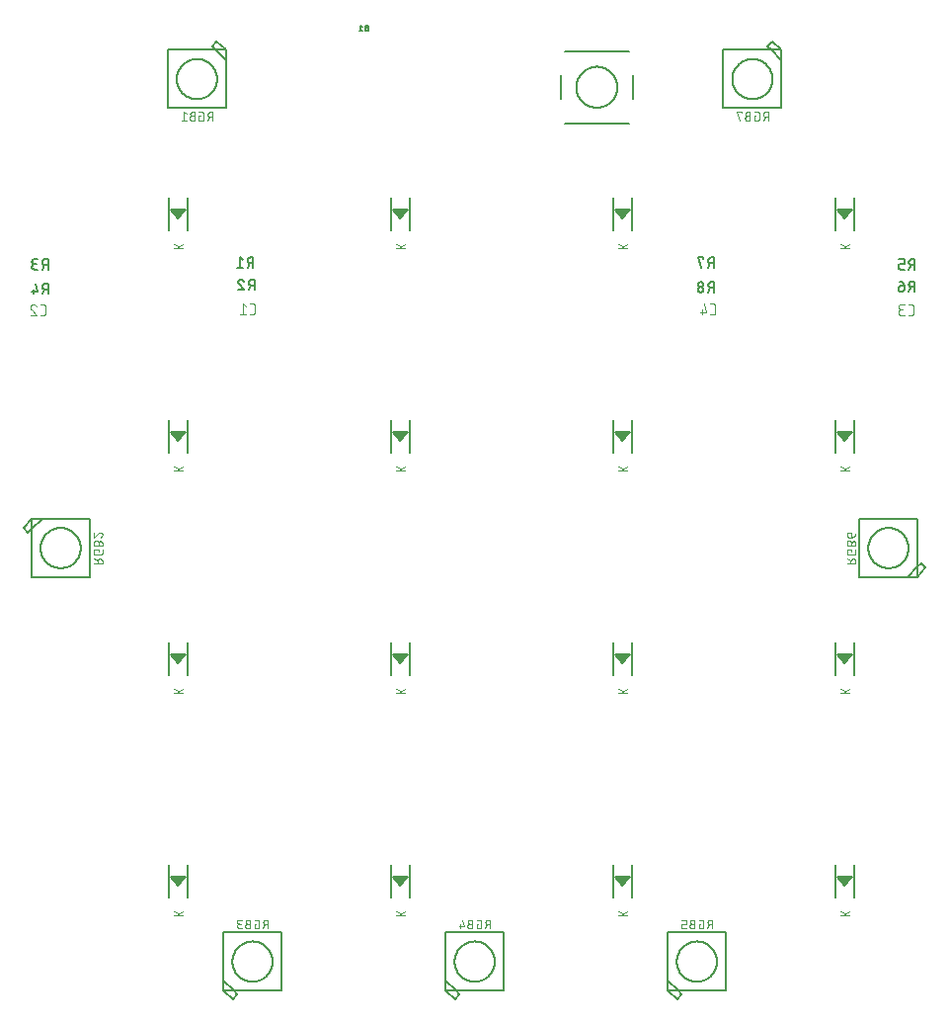
<source format=gbr>
G04 EAGLE Gerber RS-274X export*
G75*
%MOMM*%
%FSLAX34Y34*%
%LPD*%
%INSilkscreen Bottom*%
%IPPOS*%
%AMOC8*
5,1,8,0,0,1.08239X$1,22.5*%
G01*
%ADD10C,0.127000*%
%ADD11C,0.050800*%
%ADD12C,0.076200*%
%ADD13C,0.203200*%


D10*
X384919Y921844D02*
X383579Y921844D01*
X383508Y921842D01*
X383436Y921836D01*
X383366Y921827D01*
X383296Y921814D01*
X383226Y921797D01*
X383158Y921776D01*
X383091Y921752D01*
X383025Y921724D01*
X382961Y921693D01*
X382898Y921658D01*
X382838Y921620D01*
X382779Y921579D01*
X382723Y921535D01*
X382669Y921488D01*
X382618Y921439D01*
X382570Y921386D01*
X382524Y921331D01*
X382482Y921274D01*
X382442Y921214D01*
X382406Y921153D01*
X382373Y921089D01*
X382344Y921024D01*
X382318Y920958D01*
X382295Y920890D01*
X382276Y920821D01*
X382261Y920751D01*
X382250Y920681D01*
X382242Y920610D01*
X382238Y920539D01*
X382238Y920467D01*
X382242Y920396D01*
X382250Y920325D01*
X382261Y920255D01*
X382276Y920185D01*
X382295Y920116D01*
X382318Y920048D01*
X382344Y919982D01*
X382373Y919917D01*
X382406Y919853D01*
X382442Y919792D01*
X382482Y919732D01*
X382524Y919675D01*
X382570Y919620D01*
X382618Y919567D01*
X382669Y919518D01*
X382723Y919471D01*
X382779Y919427D01*
X382838Y919386D01*
X382898Y919348D01*
X382961Y919313D01*
X383025Y919282D01*
X383091Y919254D01*
X383158Y919230D01*
X383226Y919209D01*
X383296Y919192D01*
X383366Y919179D01*
X383436Y919170D01*
X383508Y919164D01*
X383579Y919162D01*
X383579Y919163D02*
X384919Y919163D01*
X384919Y923989D01*
X383579Y923989D01*
X383579Y923988D02*
X383514Y923986D01*
X383450Y923980D01*
X383386Y923970D01*
X383322Y923957D01*
X383260Y923939D01*
X383199Y923918D01*
X383139Y923894D01*
X383081Y923865D01*
X383024Y923833D01*
X382970Y923798D01*
X382918Y923760D01*
X382868Y923718D01*
X382821Y923674D01*
X382777Y923627D01*
X382735Y923577D01*
X382697Y923525D01*
X382662Y923471D01*
X382630Y923414D01*
X382601Y923356D01*
X382577Y923296D01*
X382556Y923235D01*
X382538Y923173D01*
X382525Y923109D01*
X382515Y923045D01*
X382509Y922981D01*
X382507Y922916D01*
X382509Y922851D01*
X382515Y922787D01*
X382525Y922723D01*
X382538Y922659D01*
X382556Y922597D01*
X382577Y922536D01*
X382601Y922476D01*
X382630Y922418D01*
X382662Y922361D01*
X382697Y922307D01*
X382735Y922255D01*
X382777Y922205D01*
X382821Y922158D01*
X382868Y922114D01*
X382918Y922072D01*
X382970Y922034D01*
X383024Y921999D01*
X383081Y921967D01*
X383139Y921938D01*
X383199Y921914D01*
X383260Y921893D01*
X383322Y921875D01*
X383386Y921862D01*
X383450Y921852D01*
X383514Y921846D01*
X383579Y921844D01*
X379762Y922916D02*
X378422Y923989D01*
X378422Y919163D01*
X379762Y919163D02*
X377081Y919163D01*
X214000Y776000D02*
X214000Y748000D01*
X230000Y748000D02*
X230000Y776000D01*
X228350Y765810D02*
X222000Y758190D01*
X227080Y765810D02*
X228350Y765810D01*
X227080Y765810D02*
X225810Y765810D01*
X215650Y765810D01*
X222000Y758190D01*
X227080Y765810D01*
X216920Y764540D01*
X222000Y759460D01*
X225810Y765810D01*
X218190Y764540D01*
X222000Y760730D01*
X224540Y764540D01*
X223270Y764540D01*
X219460Y764540D01*
X220730Y763270D01*
X222000Y762000D01*
X223270Y764540D01*
X220730Y763270D01*
X222000Y763270D01*
D11*
X218504Y732862D02*
X225496Y732862D01*
X225496Y736746D02*
X221223Y732862D01*
X222777Y734415D02*
X218504Y736746D01*
D10*
X404500Y748000D02*
X404500Y776000D01*
X420500Y776000D02*
X420500Y748000D01*
X412500Y758190D02*
X418850Y765810D01*
X417580Y765810D01*
X416310Y765810D01*
X406150Y765810D01*
X412500Y758190D01*
X417580Y765810D01*
X407420Y764540D01*
X412500Y759460D01*
X416310Y765810D01*
X408690Y764540D01*
X412500Y760730D01*
X415040Y764540D01*
X413770Y764540D01*
X409960Y764540D01*
X411230Y763270D01*
X412500Y762000D01*
X413770Y764540D01*
X411230Y763270D01*
X412500Y763270D01*
D11*
X409004Y732862D02*
X415996Y732862D01*
X415996Y736746D02*
X411723Y732862D01*
X413277Y734415D02*
X409004Y736746D01*
D10*
X595000Y748000D02*
X595000Y776000D01*
X611000Y776000D02*
X611000Y748000D01*
X603000Y758190D02*
X609350Y765810D01*
X608080Y765810D01*
X606810Y765810D01*
X596650Y765810D01*
X603000Y758190D01*
X608080Y765810D01*
X597920Y764540D01*
X603000Y759460D01*
X606810Y765810D01*
X599190Y764540D01*
X603000Y760730D01*
X605540Y764540D01*
X604270Y764540D01*
X600460Y764540D01*
X601730Y763270D01*
X603000Y762000D01*
X604270Y764540D01*
X601730Y763270D01*
X603000Y763270D01*
D11*
X599504Y732862D02*
X606496Y732862D01*
X606496Y736746D02*
X602223Y732862D01*
X603777Y734415D02*
X599504Y736746D01*
D10*
X785500Y748000D02*
X785500Y776000D01*
X801500Y776000D02*
X801500Y748000D01*
X793500Y758190D02*
X799850Y765810D01*
X798580Y765810D01*
X797310Y765810D01*
X787150Y765810D01*
X793500Y758190D01*
X798580Y765810D01*
X788420Y764540D01*
X793500Y759460D01*
X797310Y765810D01*
X789690Y764540D01*
X793500Y760730D01*
X796040Y764540D01*
X794770Y764540D01*
X790960Y764540D01*
X792230Y763270D01*
X793500Y762000D01*
X794770Y764540D01*
X792230Y763270D01*
X793500Y763270D01*
D11*
X790004Y732862D02*
X796996Y732862D01*
X796996Y736746D02*
X792723Y732862D01*
X794277Y734415D02*
X790004Y736746D01*
D10*
X214000Y585500D02*
X214000Y557500D01*
X230000Y557500D02*
X230000Y585500D01*
X228350Y575310D02*
X222000Y567690D01*
X227080Y575310D02*
X228350Y575310D01*
X227080Y575310D02*
X225810Y575310D01*
X215650Y575310D01*
X222000Y567690D01*
X227080Y575310D01*
X216920Y574040D01*
X222000Y568960D01*
X225810Y575310D01*
X218190Y574040D01*
X222000Y570230D01*
X224540Y574040D01*
X223270Y574040D01*
X219460Y574040D01*
X220730Y572770D01*
X222000Y571500D01*
X223270Y574040D01*
X220730Y572770D01*
X222000Y572770D01*
D11*
X218504Y542362D02*
X225496Y542362D01*
X225496Y546246D02*
X221223Y542362D01*
X222777Y543915D02*
X218504Y546246D01*
D10*
X404500Y557500D02*
X404500Y585500D01*
X420500Y585500D02*
X420500Y557500D01*
X412500Y567690D02*
X418850Y575310D01*
X417580Y575310D01*
X416310Y575310D01*
X406150Y575310D01*
X412500Y567690D01*
X417580Y575310D01*
X407420Y574040D01*
X412500Y568960D01*
X416310Y575310D01*
X408690Y574040D01*
X412500Y570230D01*
X415040Y574040D01*
X413770Y574040D01*
X409960Y574040D01*
X411230Y572770D01*
X412500Y571500D01*
X413770Y574040D01*
X411230Y572770D01*
X412500Y572770D01*
D11*
X409004Y542362D02*
X415996Y542362D01*
X415996Y546246D02*
X411723Y542362D01*
X413277Y543915D02*
X409004Y546246D01*
D10*
X595000Y557500D02*
X595000Y585500D01*
X611000Y585500D02*
X611000Y557500D01*
X603000Y567690D02*
X609350Y575310D01*
X608080Y575310D01*
X606810Y575310D01*
X596650Y575310D01*
X603000Y567690D01*
X608080Y575310D01*
X597920Y574040D01*
X603000Y568960D01*
X606810Y575310D01*
X599190Y574040D01*
X603000Y570230D01*
X605540Y574040D01*
X604270Y574040D01*
X600460Y574040D01*
X601730Y572770D01*
X603000Y571500D01*
X604270Y574040D01*
X601730Y572770D01*
X603000Y572770D01*
D11*
X599504Y542362D02*
X606496Y542362D01*
X606496Y546246D02*
X602223Y542362D01*
X603777Y543915D02*
X599504Y546246D01*
D10*
X785500Y557500D02*
X785500Y585500D01*
X801500Y585500D02*
X801500Y557500D01*
X793500Y567690D02*
X799850Y575310D01*
X798580Y575310D01*
X797310Y575310D01*
X787150Y575310D01*
X793500Y567690D01*
X798580Y575310D01*
X788420Y574040D01*
X793500Y568960D01*
X797310Y575310D01*
X789690Y574040D01*
X793500Y570230D01*
X796040Y574040D01*
X794770Y574040D01*
X790960Y574040D01*
X792230Y572770D01*
X793500Y571500D01*
X794770Y574040D01*
X792230Y572770D01*
X793500Y572770D01*
D11*
X790004Y542362D02*
X796996Y542362D01*
X796996Y546246D02*
X792723Y542362D01*
X794277Y543915D02*
X790004Y546246D01*
D10*
X214000Y395000D02*
X214000Y367000D01*
X230000Y367000D02*
X230000Y395000D01*
X228350Y384810D02*
X222000Y377190D01*
X227080Y384810D02*
X228350Y384810D01*
X227080Y384810D02*
X225810Y384810D01*
X215650Y384810D01*
X222000Y377190D01*
X227080Y384810D01*
X216920Y383540D01*
X222000Y378460D01*
X225810Y384810D01*
X218190Y383540D01*
X222000Y379730D01*
X224540Y383540D01*
X223270Y383540D01*
X219460Y383540D01*
X220730Y382270D01*
X222000Y381000D01*
X223270Y383540D01*
X220730Y382270D01*
X222000Y382270D01*
D11*
X218504Y351862D02*
X225496Y351862D01*
X225496Y355746D02*
X221223Y351862D01*
X222777Y353415D02*
X218504Y355746D01*
D10*
X404500Y367000D02*
X404500Y395000D01*
X420500Y395000D02*
X420500Y367000D01*
X412500Y377190D02*
X418850Y384810D01*
X417580Y384810D01*
X416310Y384810D01*
X406150Y384810D01*
X412500Y377190D01*
X417580Y384810D01*
X407420Y383540D01*
X412500Y378460D01*
X416310Y384810D01*
X408690Y383540D01*
X412500Y379730D01*
X415040Y383540D01*
X413770Y383540D01*
X409960Y383540D01*
X411230Y382270D01*
X412500Y381000D01*
X413770Y383540D01*
X411230Y382270D01*
X412500Y382270D01*
D11*
X409004Y351862D02*
X415996Y351862D01*
X415996Y355746D02*
X411723Y351862D01*
X413277Y353415D02*
X409004Y355746D01*
D10*
X595000Y367000D02*
X595000Y395000D01*
X611000Y395000D02*
X611000Y367000D01*
X603000Y377190D02*
X609350Y384810D01*
X608080Y384810D01*
X606810Y384810D01*
X596650Y384810D01*
X603000Y377190D01*
X608080Y384810D01*
X597920Y383540D01*
X603000Y378460D01*
X606810Y384810D01*
X599190Y383540D01*
X603000Y379730D01*
X605540Y383540D01*
X604270Y383540D01*
X600460Y383540D01*
X601730Y382270D01*
X603000Y381000D01*
X604270Y383540D01*
X601730Y382270D01*
X603000Y382270D01*
D11*
X599504Y351862D02*
X606496Y351862D01*
X606496Y355746D02*
X602223Y351862D01*
X603777Y353415D02*
X599504Y355746D01*
D10*
X785500Y367000D02*
X785500Y395000D01*
X801500Y395000D02*
X801500Y367000D01*
X793500Y377190D02*
X799850Y384810D01*
X798580Y384810D01*
X797310Y384810D01*
X787150Y384810D01*
X793500Y377190D01*
X798580Y384810D01*
X788420Y383540D01*
X793500Y378460D01*
X797310Y384810D01*
X789690Y383540D01*
X793500Y379730D01*
X796040Y383540D01*
X794770Y383540D01*
X790960Y383540D01*
X792230Y382270D01*
X793500Y381000D01*
X794770Y383540D01*
X792230Y382270D01*
X793500Y382270D01*
D11*
X790004Y351862D02*
X796996Y351862D01*
X796996Y355746D02*
X792723Y351862D01*
X794277Y353415D02*
X790004Y355746D01*
D10*
X214000Y204500D02*
X214000Y176500D01*
X230000Y176500D02*
X230000Y204500D01*
X228350Y194310D02*
X222000Y186690D01*
X227080Y194310D02*
X228350Y194310D01*
X227080Y194310D02*
X225810Y194310D01*
X215650Y194310D01*
X222000Y186690D01*
X227080Y194310D01*
X216920Y193040D01*
X222000Y187960D01*
X225810Y194310D01*
X218190Y193040D01*
X222000Y189230D01*
X224540Y193040D01*
X223270Y193040D01*
X219460Y193040D01*
X220730Y191770D01*
X222000Y190500D01*
X223270Y193040D01*
X220730Y191770D01*
X222000Y191770D01*
D11*
X218504Y161362D02*
X225496Y161362D01*
X225496Y165246D02*
X221223Y161362D01*
X222777Y162915D02*
X218504Y165246D01*
D10*
X404500Y176500D02*
X404500Y204500D01*
X420500Y204500D02*
X420500Y176500D01*
X412500Y186690D02*
X418850Y194310D01*
X417580Y194310D01*
X416310Y194310D01*
X406150Y194310D01*
X412500Y186690D01*
X417580Y194310D01*
X407420Y193040D01*
X412500Y187960D01*
X416310Y194310D01*
X408690Y193040D01*
X412500Y189230D01*
X415040Y193040D01*
X413770Y193040D01*
X409960Y193040D01*
X411230Y191770D01*
X412500Y190500D01*
X413770Y193040D01*
X411230Y191770D01*
X412500Y191770D01*
D11*
X409004Y161362D02*
X415996Y161362D01*
X415996Y165246D02*
X411723Y161362D01*
X413277Y162915D02*
X409004Y165246D01*
D10*
X595000Y176500D02*
X595000Y204500D01*
X611000Y204500D02*
X611000Y176500D01*
X603000Y186690D02*
X609350Y194310D01*
X608080Y194310D01*
X606810Y194310D01*
X596650Y194310D01*
X603000Y186690D01*
X608080Y194310D01*
X597920Y193040D01*
X603000Y187960D01*
X606810Y194310D01*
X599190Y193040D01*
X603000Y189230D01*
X605540Y193040D01*
X604270Y193040D01*
X600460Y193040D01*
X601730Y191770D01*
X603000Y190500D01*
X604270Y193040D01*
X601730Y191770D01*
X603000Y191770D01*
D11*
X599504Y161362D02*
X606496Y161362D01*
X606496Y165246D02*
X602223Y161362D01*
X603777Y162915D02*
X599504Y165246D01*
D10*
X785500Y176500D02*
X785500Y204500D01*
X801500Y204500D02*
X801500Y176500D01*
X793500Y186690D02*
X799850Y194310D01*
X798580Y194310D01*
X797310Y194310D01*
X787150Y194310D01*
X793500Y186690D01*
X798580Y194310D01*
X788420Y193040D01*
X793500Y187960D01*
X797310Y194310D01*
X789690Y193040D01*
X793500Y189230D01*
X796040Y193040D01*
X794770Y193040D01*
X790960Y193040D01*
X792230Y191770D01*
X793500Y190500D01*
X794770Y193040D01*
X792230Y191770D01*
X793500Y191770D01*
D11*
X790004Y161362D02*
X796996Y161362D01*
X796996Y165246D02*
X792723Y161362D01*
X794277Y162915D02*
X790004Y165246D01*
D10*
X286365Y716385D02*
X286365Y725115D01*
X283940Y725115D01*
X283842Y725113D01*
X283745Y725107D01*
X283648Y725097D01*
X283551Y725084D01*
X283455Y725066D01*
X283360Y725045D01*
X283265Y725019D01*
X283172Y724990D01*
X283080Y724957D01*
X282989Y724921D01*
X282900Y724881D01*
X282813Y724837D01*
X282728Y724790D01*
X282644Y724740D01*
X282562Y724686D01*
X282483Y724629D01*
X282406Y724568D01*
X282332Y724505D01*
X282260Y724439D01*
X282191Y724370D01*
X282125Y724298D01*
X282062Y724224D01*
X282001Y724147D01*
X281944Y724068D01*
X281890Y723986D01*
X281840Y723903D01*
X281793Y723817D01*
X281749Y723730D01*
X281709Y723641D01*
X281673Y723550D01*
X281640Y723458D01*
X281611Y723365D01*
X281585Y723270D01*
X281564Y723175D01*
X281546Y723079D01*
X281533Y722982D01*
X281523Y722885D01*
X281517Y722788D01*
X281515Y722690D01*
X281517Y722592D01*
X281523Y722495D01*
X281533Y722398D01*
X281546Y722301D01*
X281564Y722205D01*
X281585Y722110D01*
X281611Y722015D01*
X281640Y721922D01*
X281673Y721830D01*
X281709Y721739D01*
X281749Y721650D01*
X281793Y721563D01*
X281840Y721478D01*
X281890Y721394D01*
X281944Y721312D01*
X282001Y721233D01*
X282062Y721156D01*
X282125Y721082D01*
X282191Y721010D01*
X282260Y720941D01*
X282332Y720875D01*
X282406Y720812D01*
X282483Y720751D01*
X282562Y720694D01*
X282644Y720640D01*
X282728Y720590D01*
X282813Y720543D01*
X282900Y720499D01*
X282989Y720459D01*
X283080Y720423D01*
X283172Y720390D01*
X283265Y720361D01*
X283360Y720335D01*
X283455Y720314D01*
X283551Y720296D01*
X283648Y720283D01*
X283745Y720273D01*
X283842Y720267D01*
X283940Y720265D01*
X286365Y720265D01*
X283455Y720265D02*
X281515Y716385D01*
X277440Y723175D02*
X275015Y725115D01*
X275015Y716385D01*
X277440Y716385D02*
X272590Y716385D01*
X287365Y706115D02*
X287365Y697385D01*
X287365Y706115D02*
X284940Y706115D01*
X284842Y706113D01*
X284745Y706107D01*
X284648Y706097D01*
X284551Y706084D01*
X284455Y706066D01*
X284360Y706045D01*
X284265Y706019D01*
X284172Y705990D01*
X284080Y705957D01*
X283989Y705921D01*
X283900Y705881D01*
X283813Y705837D01*
X283728Y705790D01*
X283644Y705740D01*
X283562Y705686D01*
X283483Y705629D01*
X283406Y705568D01*
X283332Y705505D01*
X283260Y705439D01*
X283191Y705370D01*
X283125Y705298D01*
X283062Y705224D01*
X283001Y705147D01*
X282944Y705068D01*
X282890Y704986D01*
X282840Y704903D01*
X282793Y704817D01*
X282749Y704730D01*
X282709Y704641D01*
X282673Y704550D01*
X282640Y704458D01*
X282611Y704365D01*
X282585Y704270D01*
X282564Y704175D01*
X282546Y704079D01*
X282533Y703982D01*
X282523Y703885D01*
X282517Y703788D01*
X282515Y703690D01*
X282517Y703592D01*
X282523Y703495D01*
X282533Y703398D01*
X282546Y703301D01*
X282564Y703205D01*
X282585Y703110D01*
X282611Y703015D01*
X282640Y702922D01*
X282673Y702830D01*
X282709Y702739D01*
X282749Y702650D01*
X282793Y702563D01*
X282840Y702478D01*
X282890Y702394D01*
X282944Y702312D01*
X283001Y702233D01*
X283062Y702156D01*
X283125Y702082D01*
X283191Y702010D01*
X283260Y701941D01*
X283332Y701875D01*
X283406Y701812D01*
X283483Y701751D01*
X283562Y701694D01*
X283644Y701640D01*
X283728Y701590D01*
X283813Y701543D01*
X283900Y701499D01*
X283989Y701459D01*
X284080Y701423D01*
X284172Y701390D01*
X284265Y701361D01*
X284360Y701335D01*
X284455Y701314D01*
X284551Y701296D01*
X284648Y701283D01*
X284745Y701273D01*
X284842Y701267D01*
X284940Y701265D01*
X287365Y701265D01*
X284455Y701265D02*
X282515Y697385D01*
X275773Y706116D02*
X275680Y706114D01*
X275588Y706108D01*
X275496Y706098D01*
X275404Y706085D01*
X275313Y706067D01*
X275223Y706046D01*
X275134Y706020D01*
X275046Y705991D01*
X274959Y705959D01*
X274874Y705922D01*
X274790Y705882D01*
X274708Y705839D01*
X274628Y705792D01*
X274551Y705742D01*
X274475Y705688D01*
X274402Y705631D01*
X274331Y705572D01*
X274262Y705509D01*
X274197Y705444D01*
X274134Y705375D01*
X274075Y705304D01*
X274018Y705231D01*
X273964Y705155D01*
X273914Y705078D01*
X273867Y704998D01*
X273824Y704916D01*
X273784Y704832D01*
X273747Y704747D01*
X273715Y704660D01*
X273686Y704572D01*
X273660Y704483D01*
X273639Y704393D01*
X273621Y704302D01*
X273608Y704210D01*
X273598Y704118D01*
X273592Y704026D01*
X273590Y703933D01*
X275773Y706115D02*
X275877Y706113D01*
X275980Y706107D01*
X276084Y706098D01*
X276186Y706084D01*
X276289Y706067D01*
X276390Y706046D01*
X276491Y706022D01*
X276591Y705993D01*
X276689Y705961D01*
X276787Y705925D01*
X276883Y705886D01*
X276977Y705843D01*
X277070Y705797D01*
X277161Y705747D01*
X277250Y705694D01*
X277337Y705638D01*
X277422Y705579D01*
X277505Y705516D01*
X277585Y705451D01*
X277663Y705382D01*
X277739Y705311D01*
X277811Y705237D01*
X277881Y705160D01*
X277948Y705081D01*
X278012Y704999D01*
X278073Y704915D01*
X278130Y704829D01*
X278185Y704741D01*
X278236Y704651D01*
X278284Y704559D01*
X278329Y704465D01*
X278369Y704370D01*
X278407Y704273D01*
X278441Y704175D01*
X274317Y702236D02*
X274250Y702302D01*
X274185Y702372D01*
X274124Y702444D01*
X274065Y702518D01*
X274009Y702595D01*
X273957Y702674D01*
X273907Y702755D01*
X273861Y702838D01*
X273819Y702923D01*
X273780Y703010D01*
X273744Y703098D01*
X273712Y703187D01*
X273684Y703278D01*
X273659Y703369D01*
X273638Y703462D01*
X273621Y703555D01*
X273607Y703649D01*
X273598Y703743D01*
X273592Y703838D01*
X273590Y703933D01*
X274318Y702235D02*
X278440Y697385D01*
X273590Y697385D01*
X110410Y714885D02*
X110410Y723615D01*
X107985Y723615D01*
X107887Y723613D01*
X107790Y723607D01*
X107693Y723597D01*
X107596Y723584D01*
X107500Y723566D01*
X107405Y723545D01*
X107310Y723519D01*
X107217Y723490D01*
X107125Y723457D01*
X107034Y723421D01*
X106945Y723381D01*
X106858Y723337D01*
X106773Y723290D01*
X106689Y723240D01*
X106607Y723186D01*
X106528Y723129D01*
X106451Y723068D01*
X106377Y723005D01*
X106305Y722939D01*
X106236Y722870D01*
X106170Y722798D01*
X106107Y722724D01*
X106046Y722647D01*
X105989Y722568D01*
X105935Y722486D01*
X105885Y722403D01*
X105838Y722317D01*
X105794Y722230D01*
X105754Y722141D01*
X105718Y722050D01*
X105685Y721958D01*
X105656Y721865D01*
X105630Y721770D01*
X105609Y721675D01*
X105591Y721579D01*
X105578Y721482D01*
X105568Y721385D01*
X105562Y721288D01*
X105560Y721190D01*
X105562Y721092D01*
X105568Y720995D01*
X105578Y720898D01*
X105591Y720801D01*
X105609Y720705D01*
X105630Y720610D01*
X105656Y720515D01*
X105685Y720422D01*
X105718Y720330D01*
X105754Y720239D01*
X105794Y720150D01*
X105838Y720063D01*
X105885Y719978D01*
X105935Y719894D01*
X105989Y719812D01*
X106046Y719733D01*
X106107Y719656D01*
X106170Y719582D01*
X106236Y719510D01*
X106305Y719441D01*
X106377Y719375D01*
X106451Y719312D01*
X106528Y719251D01*
X106607Y719194D01*
X106689Y719140D01*
X106772Y719090D01*
X106858Y719043D01*
X106945Y718999D01*
X107034Y718959D01*
X107125Y718923D01*
X107217Y718890D01*
X107310Y718861D01*
X107405Y718835D01*
X107500Y718814D01*
X107596Y718796D01*
X107693Y718783D01*
X107790Y718773D01*
X107887Y718767D01*
X107985Y718765D01*
X110410Y718765D01*
X107500Y718765D02*
X105560Y714885D01*
X101485Y714885D02*
X99060Y714885D01*
X98962Y714887D01*
X98865Y714893D01*
X98768Y714903D01*
X98671Y714916D01*
X98575Y714934D01*
X98480Y714955D01*
X98385Y714981D01*
X98292Y715010D01*
X98200Y715043D01*
X98109Y715079D01*
X98020Y715119D01*
X97933Y715163D01*
X97847Y715210D01*
X97764Y715260D01*
X97682Y715314D01*
X97603Y715371D01*
X97526Y715432D01*
X97452Y715495D01*
X97380Y715561D01*
X97311Y715630D01*
X97245Y715702D01*
X97182Y715776D01*
X97121Y715853D01*
X97064Y715932D01*
X97010Y716014D01*
X96960Y716098D01*
X96913Y716183D01*
X96869Y716270D01*
X96829Y716359D01*
X96793Y716450D01*
X96760Y716542D01*
X96731Y716635D01*
X96705Y716730D01*
X96684Y716825D01*
X96666Y716921D01*
X96653Y717018D01*
X96643Y717115D01*
X96637Y717212D01*
X96635Y717310D01*
X96637Y717408D01*
X96643Y717505D01*
X96653Y717602D01*
X96666Y717699D01*
X96684Y717795D01*
X96705Y717890D01*
X96731Y717985D01*
X96760Y718078D01*
X96793Y718170D01*
X96829Y718261D01*
X96869Y718350D01*
X96913Y718437D01*
X96960Y718523D01*
X97010Y718606D01*
X97064Y718688D01*
X97121Y718767D01*
X97182Y718844D01*
X97245Y718918D01*
X97311Y718990D01*
X97380Y719059D01*
X97452Y719125D01*
X97526Y719188D01*
X97603Y719249D01*
X97682Y719306D01*
X97764Y719360D01*
X97848Y719410D01*
X97933Y719457D01*
X98020Y719501D01*
X98109Y719541D01*
X98200Y719577D01*
X98292Y719610D01*
X98385Y719639D01*
X98480Y719665D01*
X98575Y719686D01*
X98671Y719704D01*
X98768Y719717D01*
X98865Y719727D01*
X98962Y719733D01*
X99060Y719735D01*
X98575Y723615D02*
X101485Y723615D01*
X98575Y723615D02*
X98488Y723613D01*
X98401Y723607D01*
X98315Y723597D01*
X98229Y723584D01*
X98143Y723566D01*
X98059Y723545D01*
X97976Y723520D01*
X97893Y723491D01*
X97813Y723459D01*
X97733Y723423D01*
X97656Y723383D01*
X97580Y723340D01*
X97506Y723294D01*
X97435Y723244D01*
X97365Y723192D01*
X97299Y723136D01*
X97234Y723077D01*
X97173Y723016D01*
X97114Y722951D01*
X97058Y722885D01*
X97006Y722815D01*
X96956Y722744D01*
X96910Y722670D01*
X96867Y722594D01*
X96827Y722517D01*
X96791Y722437D01*
X96759Y722357D01*
X96730Y722274D01*
X96705Y722191D01*
X96684Y722107D01*
X96666Y722021D01*
X96653Y721935D01*
X96643Y721849D01*
X96637Y721762D01*
X96635Y721675D01*
X96637Y721588D01*
X96643Y721501D01*
X96653Y721415D01*
X96666Y721329D01*
X96684Y721243D01*
X96705Y721159D01*
X96730Y721076D01*
X96759Y720993D01*
X96791Y720913D01*
X96827Y720833D01*
X96867Y720756D01*
X96910Y720680D01*
X96956Y720606D01*
X97006Y720535D01*
X97058Y720465D01*
X97114Y720399D01*
X97173Y720334D01*
X97234Y720273D01*
X97299Y720214D01*
X97365Y720158D01*
X97435Y720106D01*
X97506Y720056D01*
X97580Y720010D01*
X97656Y719967D01*
X97733Y719927D01*
X97813Y719891D01*
X97893Y719859D01*
X97976Y719830D01*
X98059Y719805D01*
X98143Y719784D01*
X98229Y719766D01*
X98315Y719753D01*
X98401Y719743D01*
X98488Y719737D01*
X98575Y719735D01*
X100515Y719735D01*
X110410Y702615D02*
X110410Y693885D01*
X110410Y702615D02*
X107985Y702615D01*
X107887Y702613D01*
X107790Y702607D01*
X107693Y702597D01*
X107596Y702584D01*
X107500Y702566D01*
X107405Y702545D01*
X107310Y702519D01*
X107217Y702490D01*
X107125Y702457D01*
X107034Y702421D01*
X106945Y702381D01*
X106858Y702337D01*
X106773Y702290D01*
X106689Y702240D01*
X106607Y702186D01*
X106528Y702129D01*
X106451Y702068D01*
X106377Y702005D01*
X106305Y701939D01*
X106236Y701870D01*
X106170Y701798D01*
X106107Y701724D01*
X106046Y701647D01*
X105989Y701568D01*
X105935Y701486D01*
X105885Y701403D01*
X105838Y701317D01*
X105794Y701230D01*
X105754Y701141D01*
X105718Y701050D01*
X105685Y700958D01*
X105656Y700865D01*
X105630Y700770D01*
X105609Y700675D01*
X105591Y700579D01*
X105578Y700482D01*
X105568Y700385D01*
X105562Y700288D01*
X105560Y700190D01*
X105562Y700092D01*
X105568Y699995D01*
X105578Y699898D01*
X105591Y699801D01*
X105609Y699705D01*
X105630Y699610D01*
X105656Y699515D01*
X105685Y699422D01*
X105718Y699330D01*
X105754Y699239D01*
X105794Y699150D01*
X105838Y699063D01*
X105885Y698978D01*
X105935Y698894D01*
X105989Y698812D01*
X106046Y698733D01*
X106107Y698656D01*
X106170Y698582D01*
X106236Y698510D01*
X106305Y698441D01*
X106377Y698375D01*
X106451Y698312D01*
X106528Y698251D01*
X106607Y698194D01*
X106689Y698140D01*
X106772Y698090D01*
X106858Y698043D01*
X106945Y697999D01*
X107034Y697959D01*
X107125Y697923D01*
X107217Y697890D01*
X107310Y697861D01*
X107405Y697835D01*
X107500Y697814D01*
X107596Y697796D01*
X107693Y697783D01*
X107790Y697773D01*
X107887Y697767D01*
X107985Y697765D01*
X110410Y697765D01*
X107500Y697765D02*
X105560Y693885D01*
X101485Y695825D02*
X99545Y702615D01*
X101485Y695825D02*
X96635Y695825D01*
X98090Y697765D02*
X98090Y693885D01*
D12*
X283442Y676131D02*
X285531Y676131D01*
X285620Y676133D01*
X285708Y676139D01*
X285796Y676148D01*
X285884Y676161D01*
X285971Y676178D01*
X286057Y676198D01*
X286142Y676223D01*
X286227Y676250D01*
X286310Y676282D01*
X286391Y676316D01*
X286471Y676355D01*
X286549Y676396D01*
X286626Y676441D01*
X286700Y676489D01*
X286773Y676540D01*
X286843Y676594D01*
X286910Y676652D01*
X286976Y676712D01*
X287038Y676774D01*
X287098Y676840D01*
X287156Y676907D01*
X287210Y676977D01*
X287261Y677050D01*
X287309Y677124D01*
X287354Y677201D01*
X287395Y677279D01*
X287434Y677359D01*
X287468Y677440D01*
X287500Y677523D01*
X287527Y677608D01*
X287552Y677693D01*
X287572Y677779D01*
X287589Y677866D01*
X287602Y677954D01*
X287611Y678042D01*
X287617Y678130D01*
X287619Y678219D01*
X287619Y683441D01*
X287617Y683530D01*
X287611Y683618D01*
X287602Y683706D01*
X287589Y683794D01*
X287572Y683881D01*
X287552Y683967D01*
X287527Y684052D01*
X287500Y684137D01*
X287468Y684220D01*
X287434Y684301D01*
X287395Y684381D01*
X287354Y684459D01*
X287309Y684536D01*
X287261Y684610D01*
X287210Y684683D01*
X287156Y684753D01*
X287098Y684820D01*
X287038Y684886D01*
X286976Y684948D01*
X286910Y685008D01*
X286843Y685066D01*
X286773Y685120D01*
X286700Y685171D01*
X286626Y685219D01*
X286549Y685264D01*
X286471Y685305D01*
X286391Y685344D01*
X286310Y685378D01*
X286227Y685410D01*
X286142Y685437D01*
X286057Y685462D01*
X285971Y685482D01*
X285884Y685499D01*
X285796Y685512D01*
X285708Y685521D01*
X285620Y685527D01*
X285531Y685529D01*
X283442Y685529D01*
X279973Y683441D02*
X277363Y685529D01*
X277363Y676131D01*
X279973Y676131D02*
X274752Y676131D01*
X106159Y675471D02*
X104071Y675471D01*
X106159Y675471D02*
X106248Y675473D01*
X106336Y675479D01*
X106424Y675488D01*
X106512Y675501D01*
X106599Y675518D01*
X106685Y675538D01*
X106770Y675563D01*
X106855Y675590D01*
X106938Y675622D01*
X107019Y675656D01*
X107099Y675695D01*
X107177Y675736D01*
X107254Y675781D01*
X107328Y675829D01*
X107401Y675880D01*
X107471Y675934D01*
X107538Y675992D01*
X107604Y676052D01*
X107666Y676114D01*
X107726Y676180D01*
X107784Y676247D01*
X107838Y676317D01*
X107889Y676390D01*
X107937Y676464D01*
X107982Y676541D01*
X108023Y676619D01*
X108062Y676699D01*
X108096Y676780D01*
X108128Y676863D01*
X108155Y676948D01*
X108180Y677033D01*
X108200Y677119D01*
X108217Y677206D01*
X108230Y677294D01*
X108239Y677382D01*
X108245Y677470D01*
X108247Y677559D01*
X108248Y677559D02*
X108248Y682781D01*
X108247Y682781D02*
X108245Y682870D01*
X108239Y682958D01*
X108230Y683046D01*
X108217Y683134D01*
X108200Y683221D01*
X108180Y683307D01*
X108155Y683392D01*
X108128Y683477D01*
X108096Y683560D01*
X108062Y683641D01*
X108023Y683721D01*
X107982Y683799D01*
X107937Y683876D01*
X107889Y683950D01*
X107838Y684023D01*
X107784Y684093D01*
X107726Y684160D01*
X107666Y684226D01*
X107604Y684288D01*
X107538Y684348D01*
X107471Y684406D01*
X107401Y684460D01*
X107328Y684511D01*
X107254Y684559D01*
X107177Y684604D01*
X107099Y684645D01*
X107019Y684684D01*
X106938Y684718D01*
X106855Y684750D01*
X106770Y684777D01*
X106685Y684802D01*
X106599Y684822D01*
X106512Y684839D01*
X106424Y684852D01*
X106336Y684861D01*
X106248Y684867D01*
X106159Y684869D01*
X104071Y684869D01*
X97731Y684870D02*
X97636Y684868D01*
X97542Y684862D01*
X97448Y684853D01*
X97354Y684840D01*
X97261Y684823D01*
X97169Y684802D01*
X97077Y684777D01*
X96987Y684749D01*
X96898Y684717D01*
X96810Y684682D01*
X96724Y684643D01*
X96639Y684601D01*
X96556Y684555D01*
X96475Y684506D01*
X96396Y684454D01*
X96319Y684399D01*
X96245Y684340D01*
X96173Y684279D01*
X96103Y684215D01*
X96036Y684148D01*
X95972Y684078D01*
X95911Y684006D01*
X95852Y683932D01*
X95797Y683855D01*
X95745Y683776D01*
X95696Y683695D01*
X95650Y683612D01*
X95608Y683527D01*
X95569Y683441D01*
X95534Y683353D01*
X95502Y683264D01*
X95474Y683174D01*
X95449Y683082D01*
X95428Y682990D01*
X95411Y682897D01*
X95398Y682803D01*
X95389Y682709D01*
X95383Y682615D01*
X95381Y682520D01*
X97731Y684869D02*
X97839Y684867D01*
X97948Y684861D01*
X98056Y684851D01*
X98163Y684838D01*
X98270Y684820D01*
X98377Y684799D01*
X98482Y684774D01*
X98587Y684745D01*
X98690Y684713D01*
X98792Y684676D01*
X98893Y684636D01*
X98992Y684593D01*
X99090Y684546D01*
X99186Y684495D01*
X99280Y684441D01*
X99372Y684384D01*
X99462Y684323D01*
X99550Y684259D01*
X99635Y684193D01*
X99718Y684123D01*
X99798Y684050D01*
X99876Y683974D01*
X99951Y683896D01*
X100023Y683815D01*
X100092Y683731D01*
X100158Y683645D01*
X100221Y683557D01*
X100280Y683466D01*
X100337Y683374D01*
X100390Y683279D01*
X100439Y683182D01*
X100485Y683084D01*
X100528Y682985D01*
X100567Y682883D01*
X100602Y682781D01*
X96164Y680692D02*
X96095Y680761D01*
X96029Y680832D01*
X95965Y680905D01*
X95904Y680981D01*
X95846Y681060D01*
X95792Y681140D01*
X95740Y681223D01*
X95692Y681307D01*
X95646Y681393D01*
X95605Y681481D01*
X95566Y681571D01*
X95531Y681662D01*
X95500Y681754D01*
X95472Y681847D01*
X95448Y681941D01*
X95428Y682036D01*
X95411Y682132D01*
X95398Y682229D01*
X95389Y682326D01*
X95383Y682423D01*
X95381Y682520D01*
X96164Y680692D02*
X100602Y675471D01*
X95381Y675471D01*
D10*
X853410Y714885D02*
X853410Y723615D01*
X850985Y723615D01*
X850887Y723613D01*
X850790Y723607D01*
X850693Y723597D01*
X850596Y723584D01*
X850500Y723566D01*
X850405Y723545D01*
X850310Y723519D01*
X850217Y723490D01*
X850125Y723457D01*
X850034Y723421D01*
X849945Y723381D01*
X849858Y723337D01*
X849773Y723290D01*
X849689Y723240D01*
X849607Y723186D01*
X849528Y723129D01*
X849451Y723068D01*
X849377Y723005D01*
X849305Y722939D01*
X849236Y722870D01*
X849170Y722798D01*
X849107Y722724D01*
X849046Y722647D01*
X848989Y722568D01*
X848935Y722486D01*
X848885Y722403D01*
X848838Y722317D01*
X848794Y722230D01*
X848754Y722141D01*
X848718Y722050D01*
X848685Y721958D01*
X848656Y721865D01*
X848630Y721770D01*
X848609Y721675D01*
X848591Y721579D01*
X848578Y721482D01*
X848568Y721385D01*
X848562Y721288D01*
X848560Y721190D01*
X848562Y721092D01*
X848568Y720995D01*
X848578Y720898D01*
X848591Y720801D01*
X848609Y720705D01*
X848630Y720610D01*
X848656Y720515D01*
X848685Y720422D01*
X848718Y720330D01*
X848754Y720239D01*
X848794Y720150D01*
X848838Y720063D01*
X848885Y719978D01*
X848935Y719894D01*
X848989Y719812D01*
X849046Y719733D01*
X849107Y719656D01*
X849170Y719582D01*
X849236Y719510D01*
X849305Y719441D01*
X849377Y719375D01*
X849451Y719312D01*
X849528Y719251D01*
X849607Y719194D01*
X849689Y719140D01*
X849773Y719090D01*
X849858Y719043D01*
X849945Y718999D01*
X850034Y718959D01*
X850125Y718923D01*
X850217Y718890D01*
X850310Y718861D01*
X850405Y718835D01*
X850500Y718814D01*
X850596Y718796D01*
X850693Y718783D01*
X850790Y718773D01*
X850887Y718767D01*
X850985Y718765D01*
X853410Y718765D01*
X850500Y718765D02*
X848560Y714885D01*
X844485Y714885D02*
X841575Y714885D01*
X841488Y714887D01*
X841401Y714893D01*
X841315Y714903D01*
X841229Y714916D01*
X841143Y714934D01*
X841059Y714955D01*
X840976Y714980D01*
X840893Y715009D01*
X840813Y715041D01*
X840733Y715077D01*
X840656Y715117D01*
X840580Y715160D01*
X840506Y715206D01*
X840435Y715256D01*
X840365Y715308D01*
X840299Y715364D01*
X840234Y715423D01*
X840173Y715484D01*
X840114Y715549D01*
X840058Y715615D01*
X840006Y715685D01*
X839956Y715756D01*
X839910Y715830D01*
X839867Y715906D01*
X839827Y715983D01*
X839791Y716063D01*
X839759Y716143D01*
X839730Y716226D01*
X839705Y716309D01*
X839684Y716393D01*
X839666Y716479D01*
X839653Y716565D01*
X839643Y716651D01*
X839637Y716738D01*
X839635Y716825D01*
X839635Y717795D01*
X839637Y717882D01*
X839643Y717969D01*
X839653Y718055D01*
X839666Y718141D01*
X839684Y718227D01*
X839705Y718311D01*
X839730Y718394D01*
X839759Y718477D01*
X839791Y718557D01*
X839827Y718637D01*
X839867Y718714D01*
X839910Y718790D01*
X839956Y718864D01*
X840006Y718935D01*
X840058Y719005D01*
X840114Y719071D01*
X840173Y719136D01*
X840234Y719197D01*
X840299Y719256D01*
X840365Y719312D01*
X840435Y719364D01*
X840506Y719414D01*
X840580Y719460D01*
X840656Y719503D01*
X840733Y719543D01*
X840813Y719579D01*
X840893Y719611D01*
X840976Y719640D01*
X841059Y719665D01*
X841143Y719686D01*
X841229Y719704D01*
X841315Y719717D01*
X841401Y719727D01*
X841488Y719733D01*
X841575Y719735D01*
X844485Y719735D01*
X844485Y723615D01*
X839635Y723615D01*
X853410Y704615D02*
X853410Y695885D01*
X853410Y704615D02*
X850985Y704615D01*
X850887Y704613D01*
X850790Y704607D01*
X850693Y704597D01*
X850596Y704584D01*
X850500Y704566D01*
X850405Y704545D01*
X850310Y704519D01*
X850217Y704490D01*
X850125Y704457D01*
X850034Y704421D01*
X849945Y704381D01*
X849858Y704337D01*
X849773Y704290D01*
X849689Y704240D01*
X849607Y704186D01*
X849528Y704129D01*
X849451Y704068D01*
X849377Y704005D01*
X849305Y703939D01*
X849236Y703870D01*
X849170Y703798D01*
X849107Y703724D01*
X849046Y703647D01*
X848989Y703568D01*
X848935Y703486D01*
X848885Y703403D01*
X848838Y703317D01*
X848794Y703230D01*
X848754Y703141D01*
X848718Y703050D01*
X848685Y702958D01*
X848656Y702865D01*
X848630Y702770D01*
X848609Y702675D01*
X848591Y702579D01*
X848578Y702482D01*
X848568Y702385D01*
X848562Y702288D01*
X848560Y702190D01*
X848562Y702092D01*
X848568Y701995D01*
X848578Y701898D01*
X848591Y701801D01*
X848609Y701705D01*
X848630Y701610D01*
X848656Y701515D01*
X848685Y701422D01*
X848718Y701330D01*
X848754Y701239D01*
X848794Y701150D01*
X848838Y701063D01*
X848885Y700978D01*
X848935Y700894D01*
X848989Y700812D01*
X849046Y700733D01*
X849107Y700656D01*
X849170Y700582D01*
X849236Y700510D01*
X849305Y700441D01*
X849377Y700375D01*
X849451Y700312D01*
X849528Y700251D01*
X849607Y700194D01*
X849689Y700140D01*
X849773Y700090D01*
X849858Y700043D01*
X849945Y699999D01*
X850034Y699959D01*
X850125Y699923D01*
X850217Y699890D01*
X850310Y699861D01*
X850405Y699835D01*
X850500Y699814D01*
X850596Y699796D01*
X850693Y699783D01*
X850790Y699773D01*
X850887Y699767D01*
X850985Y699765D01*
X853410Y699765D01*
X850500Y699765D02*
X848560Y695885D01*
X844485Y700735D02*
X841575Y700735D01*
X841488Y700733D01*
X841401Y700727D01*
X841315Y700717D01*
X841229Y700704D01*
X841143Y700686D01*
X841059Y700665D01*
X840976Y700640D01*
X840893Y700611D01*
X840813Y700579D01*
X840733Y700543D01*
X840656Y700503D01*
X840580Y700460D01*
X840506Y700414D01*
X840435Y700364D01*
X840365Y700312D01*
X840299Y700256D01*
X840234Y700197D01*
X840173Y700136D01*
X840114Y700071D01*
X840058Y700005D01*
X840006Y699935D01*
X839956Y699864D01*
X839910Y699790D01*
X839867Y699714D01*
X839827Y699637D01*
X839791Y699557D01*
X839759Y699477D01*
X839730Y699394D01*
X839705Y699311D01*
X839684Y699227D01*
X839666Y699141D01*
X839653Y699055D01*
X839643Y698969D01*
X839637Y698882D01*
X839635Y698795D01*
X839635Y698310D01*
X839637Y698212D01*
X839643Y698115D01*
X839653Y698018D01*
X839666Y697921D01*
X839684Y697825D01*
X839705Y697730D01*
X839731Y697635D01*
X839760Y697542D01*
X839793Y697450D01*
X839829Y697359D01*
X839869Y697270D01*
X839913Y697183D01*
X839960Y697098D01*
X840010Y697014D01*
X840064Y696932D01*
X840121Y696853D01*
X840182Y696776D01*
X840245Y696702D01*
X840311Y696630D01*
X840380Y696561D01*
X840452Y696495D01*
X840526Y696432D01*
X840603Y696371D01*
X840682Y696314D01*
X840764Y696260D01*
X840848Y696210D01*
X840933Y696163D01*
X841020Y696119D01*
X841109Y696079D01*
X841200Y696043D01*
X841292Y696010D01*
X841385Y695981D01*
X841480Y695955D01*
X841575Y695934D01*
X841671Y695916D01*
X841768Y695903D01*
X841865Y695893D01*
X841962Y695887D01*
X842060Y695885D01*
X842158Y695887D01*
X842255Y695893D01*
X842352Y695903D01*
X842449Y695916D01*
X842545Y695934D01*
X842640Y695955D01*
X842735Y695981D01*
X842828Y696010D01*
X842920Y696043D01*
X843011Y696079D01*
X843100Y696119D01*
X843187Y696163D01*
X843273Y696210D01*
X843356Y696260D01*
X843438Y696314D01*
X843517Y696371D01*
X843594Y696432D01*
X843668Y696495D01*
X843740Y696561D01*
X843809Y696630D01*
X843875Y696702D01*
X843938Y696776D01*
X843999Y696853D01*
X844056Y696932D01*
X844110Y697014D01*
X844160Y697098D01*
X844207Y697183D01*
X844251Y697270D01*
X844291Y697359D01*
X844327Y697450D01*
X844360Y697542D01*
X844389Y697635D01*
X844415Y697730D01*
X844436Y697825D01*
X844454Y697921D01*
X844467Y698018D01*
X844477Y698115D01*
X844483Y698212D01*
X844485Y698310D01*
X844485Y700735D01*
X844483Y700857D01*
X844477Y700979D01*
X844468Y701100D01*
X844454Y701221D01*
X844437Y701342D01*
X844416Y701462D01*
X844392Y701581D01*
X844363Y701700D01*
X844331Y701817D01*
X844295Y701934D01*
X844256Y702049D01*
X844213Y702163D01*
X844166Y702276D01*
X844116Y702387D01*
X844062Y702496D01*
X844005Y702604D01*
X843945Y702710D01*
X843881Y702814D01*
X843814Y702916D01*
X843744Y703016D01*
X843671Y703113D01*
X843595Y703208D01*
X843515Y703301D01*
X843433Y703391D01*
X843349Y703479D01*
X843261Y703563D01*
X843171Y703645D01*
X843078Y703725D01*
X842983Y703801D01*
X842886Y703874D01*
X842786Y703944D01*
X842684Y704011D01*
X842580Y704075D01*
X842474Y704135D01*
X842366Y704192D01*
X842257Y704246D01*
X842146Y704296D01*
X842033Y704343D01*
X841919Y704386D01*
X841804Y704425D01*
X841687Y704461D01*
X841570Y704493D01*
X841451Y704522D01*
X841332Y704546D01*
X841212Y704567D01*
X841091Y704584D01*
X840970Y704598D01*
X840849Y704607D01*
X840727Y704613D01*
X840605Y704615D01*
X681365Y716385D02*
X681365Y725115D01*
X678940Y725115D01*
X678842Y725113D01*
X678745Y725107D01*
X678648Y725097D01*
X678551Y725084D01*
X678455Y725066D01*
X678360Y725045D01*
X678265Y725019D01*
X678172Y724990D01*
X678080Y724957D01*
X677989Y724921D01*
X677900Y724881D01*
X677813Y724837D01*
X677728Y724790D01*
X677644Y724740D01*
X677562Y724686D01*
X677483Y724629D01*
X677406Y724568D01*
X677332Y724505D01*
X677260Y724439D01*
X677191Y724370D01*
X677125Y724298D01*
X677062Y724224D01*
X677001Y724147D01*
X676944Y724068D01*
X676890Y723986D01*
X676840Y723903D01*
X676793Y723817D01*
X676749Y723730D01*
X676709Y723641D01*
X676673Y723550D01*
X676640Y723458D01*
X676611Y723365D01*
X676585Y723270D01*
X676564Y723175D01*
X676546Y723079D01*
X676533Y722982D01*
X676523Y722885D01*
X676517Y722788D01*
X676515Y722690D01*
X676517Y722592D01*
X676523Y722495D01*
X676533Y722398D01*
X676546Y722301D01*
X676564Y722205D01*
X676585Y722110D01*
X676611Y722015D01*
X676640Y721922D01*
X676673Y721830D01*
X676709Y721739D01*
X676749Y721650D01*
X676793Y721563D01*
X676840Y721478D01*
X676890Y721394D01*
X676944Y721312D01*
X677001Y721233D01*
X677062Y721156D01*
X677125Y721082D01*
X677191Y721010D01*
X677260Y720941D01*
X677332Y720875D01*
X677406Y720812D01*
X677483Y720751D01*
X677562Y720694D01*
X677644Y720640D01*
X677728Y720590D01*
X677813Y720543D01*
X677900Y720499D01*
X677989Y720459D01*
X678080Y720423D01*
X678172Y720390D01*
X678265Y720361D01*
X678360Y720335D01*
X678455Y720314D01*
X678551Y720296D01*
X678648Y720283D01*
X678745Y720273D01*
X678842Y720267D01*
X678940Y720265D01*
X681365Y720265D01*
X678455Y720265D02*
X676515Y716385D01*
X672440Y724145D02*
X672440Y725115D01*
X667590Y725115D01*
X670015Y716385D01*
X681365Y704115D02*
X681365Y695385D01*
X681365Y704115D02*
X678940Y704115D01*
X678842Y704113D01*
X678745Y704107D01*
X678648Y704097D01*
X678551Y704084D01*
X678455Y704066D01*
X678360Y704045D01*
X678265Y704019D01*
X678172Y703990D01*
X678080Y703957D01*
X677989Y703921D01*
X677900Y703881D01*
X677813Y703837D01*
X677728Y703790D01*
X677644Y703740D01*
X677562Y703686D01*
X677483Y703629D01*
X677406Y703568D01*
X677332Y703505D01*
X677260Y703439D01*
X677191Y703370D01*
X677125Y703298D01*
X677062Y703224D01*
X677001Y703147D01*
X676944Y703068D01*
X676890Y702986D01*
X676840Y702903D01*
X676793Y702817D01*
X676749Y702730D01*
X676709Y702641D01*
X676673Y702550D01*
X676640Y702458D01*
X676611Y702365D01*
X676585Y702270D01*
X676564Y702175D01*
X676546Y702079D01*
X676533Y701982D01*
X676523Y701885D01*
X676517Y701788D01*
X676515Y701690D01*
X676517Y701592D01*
X676523Y701495D01*
X676533Y701398D01*
X676546Y701301D01*
X676564Y701205D01*
X676585Y701110D01*
X676611Y701015D01*
X676640Y700922D01*
X676673Y700830D01*
X676709Y700739D01*
X676749Y700650D01*
X676793Y700563D01*
X676840Y700478D01*
X676890Y700394D01*
X676944Y700312D01*
X677001Y700233D01*
X677062Y700156D01*
X677125Y700082D01*
X677191Y700010D01*
X677260Y699941D01*
X677332Y699875D01*
X677406Y699812D01*
X677483Y699751D01*
X677562Y699694D01*
X677644Y699640D01*
X677728Y699590D01*
X677813Y699543D01*
X677900Y699499D01*
X677989Y699459D01*
X678080Y699423D01*
X678172Y699390D01*
X678265Y699361D01*
X678360Y699335D01*
X678455Y699314D01*
X678551Y699296D01*
X678648Y699283D01*
X678745Y699273D01*
X678842Y699267D01*
X678940Y699265D01*
X681365Y699265D01*
X678455Y699265D02*
X676515Y695385D01*
X672440Y697810D02*
X672438Y697908D01*
X672432Y698005D01*
X672422Y698102D01*
X672409Y698199D01*
X672391Y698295D01*
X672370Y698390D01*
X672344Y698485D01*
X672315Y698578D01*
X672282Y698670D01*
X672246Y698761D01*
X672206Y698850D01*
X672162Y698937D01*
X672115Y699023D01*
X672065Y699106D01*
X672011Y699188D01*
X671954Y699267D01*
X671893Y699344D01*
X671830Y699418D01*
X671764Y699490D01*
X671695Y699559D01*
X671623Y699625D01*
X671549Y699688D01*
X671472Y699749D01*
X671393Y699806D01*
X671311Y699860D01*
X671228Y699910D01*
X671142Y699957D01*
X671055Y700001D01*
X670966Y700041D01*
X670875Y700077D01*
X670783Y700110D01*
X670690Y700139D01*
X670595Y700165D01*
X670500Y700186D01*
X670404Y700204D01*
X670307Y700217D01*
X670210Y700227D01*
X670113Y700233D01*
X670015Y700235D01*
X669917Y700233D01*
X669820Y700227D01*
X669723Y700217D01*
X669626Y700204D01*
X669530Y700186D01*
X669435Y700165D01*
X669340Y700139D01*
X669247Y700110D01*
X669155Y700077D01*
X669064Y700041D01*
X668975Y700001D01*
X668888Y699957D01*
X668803Y699910D01*
X668719Y699860D01*
X668637Y699806D01*
X668558Y699749D01*
X668481Y699688D01*
X668407Y699625D01*
X668335Y699559D01*
X668266Y699490D01*
X668200Y699418D01*
X668137Y699344D01*
X668076Y699267D01*
X668019Y699188D01*
X667965Y699106D01*
X667915Y699023D01*
X667868Y698937D01*
X667824Y698850D01*
X667784Y698761D01*
X667748Y698670D01*
X667715Y698578D01*
X667686Y698485D01*
X667660Y698390D01*
X667639Y698295D01*
X667621Y698199D01*
X667608Y698102D01*
X667598Y698005D01*
X667592Y697908D01*
X667590Y697810D01*
X667592Y697712D01*
X667598Y697615D01*
X667608Y697518D01*
X667621Y697421D01*
X667639Y697325D01*
X667660Y697230D01*
X667686Y697135D01*
X667715Y697042D01*
X667748Y696950D01*
X667784Y696859D01*
X667824Y696770D01*
X667868Y696683D01*
X667915Y696598D01*
X667965Y696514D01*
X668019Y696432D01*
X668076Y696353D01*
X668137Y696276D01*
X668200Y696202D01*
X668266Y696130D01*
X668335Y696061D01*
X668407Y695995D01*
X668481Y695932D01*
X668558Y695871D01*
X668637Y695814D01*
X668719Y695760D01*
X668803Y695710D01*
X668888Y695663D01*
X668975Y695619D01*
X669064Y695579D01*
X669155Y695543D01*
X669247Y695510D01*
X669340Y695481D01*
X669435Y695455D01*
X669530Y695434D01*
X669626Y695416D01*
X669723Y695403D01*
X669820Y695393D01*
X669917Y695387D01*
X670015Y695385D01*
X670113Y695387D01*
X670210Y695393D01*
X670307Y695403D01*
X670404Y695416D01*
X670500Y695434D01*
X670595Y695455D01*
X670690Y695481D01*
X670783Y695510D01*
X670875Y695543D01*
X670966Y695579D01*
X671055Y695619D01*
X671142Y695663D01*
X671228Y695710D01*
X671311Y695760D01*
X671393Y695814D01*
X671472Y695871D01*
X671549Y695932D01*
X671623Y695995D01*
X671695Y696061D01*
X671764Y696130D01*
X671830Y696202D01*
X671893Y696276D01*
X671954Y696353D01*
X672011Y696432D01*
X672065Y696514D01*
X672115Y696598D01*
X672162Y696683D01*
X672206Y696770D01*
X672246Y696859D01*
X672282Y696950D01*
X672315Y697042D01*
X672344Y697135D01*
X672370Y697230D01*
X672391Y697325D01*
X672409Y697421D01*
X672422Y697518D01*
X672432Y697615D01*
X672438Y697712D01*
X672440Y697810D01*
X671955Y702175D02*
X671953Y702262D01*
X671947Y702349D01*
X671937Y702435D01*
X671924Y702521D01*
X671906Y702607D01*
X671885Y702691D01*
X671860Y702774D01*
X671831Y702857D01*
X671799Y702937D01*
X671763Y703017D01*
X671723Y703094D01*
X671680Y703170D01*
X671634Y703244D01*
X671584Y703315D01*
X671532Y703385D01*
X671476Y703451D01*
X671417Y703516D01*
X671356Y703577D01*
X671291Y703636D01*
X671225Y703692D01*
X671155Y703744D01*
X671084Y703794D01*
X671010Y703840D01*
X670934Y703883D01*
X670857Y703923D01*
X670777Y703959D01*
X670697Y703991D01*
X670614Y704020D01*
X670531Y704045D01*
X670447Y704066D01*
X670361Y704084D01*
X670275Y704097D01*
X670189Y704107D01*
X670102Y704113D01*
X670015Y704115D01*
X669928Y704113D01*
X669841Y704107D01*
X669755Y704097D01*
X669669Y704084D01*
X669583Y704066D01*
X669499Y704045D01*
X669416Y704020D01*
X669333Y703991D01*
X669253Y703959D01*
X669173Y703923D01*
X669096Y703883D01*
X669020Y703840D01*
X668946Y703794D01*
X668875Y703744D01*
X668805Y703692D01*
X668739Y703636D01*
X668674Y703577D01*
X668613Y703516D01*
X668554Y703451D01*
X668498Y703385D01*
X668446Y703315D01*
X668396Y703244D01*
X668350Y703170D01*
X668307Y703094D01*
X668267Y703017D01*
X668231Y702937D01*
X668199Y702857D01*
X668170Y702774D01*
X668145Y702691D01*
X668124Y702607D01*
X668106Y702521D01*
X668093Y702435D01*
X668083Y702349D01*
X668077Y702262D01*
X668075Y702175D01*
X668077Y702088D01*
X668083Y702001D01*
X668093Y701915D01*
X668106Y701829D01*
X668124Y701743D01*
X668145Y701659D01*
X668170Y701576D01*
X668199Y701493D01*
X668231Y701413D01*
X668267Y701333D01*
X668307Y701256D01*
X668350Y701180D01*
X668396Y701106D01*
X668446Y701035D01*
X668498Y700965D01*
X668554Y700899D01*
X668613Y700834D01*
X668674Y700773D01*
X668739Y700714D01*
X668805Y700658D01*
X668875Y700606D01*
X668946Y700556D01*
X669020Y700510D01*
X669096Y700467D01*
X669173Y700427D01*
X669253Y700391D01*
X669333Y700359D01*
X669416Y700330D01*
X669499Y700305D01*
X669583Y700284D01*
X669669Y700266D01*
X669755Y700253D01*
X669841Y700243D01*
X669928Y700237D01*
X670015Y700235D01*
X670102Y700237D01*
X670189Y700243D01*
X670275Y700253D01*
X670361Y700266D01*
X670447Y700284D01*
X670531Y700305D01*
X670614Y700330D01*
X670697Y700359D01*
X670777Y700391D01*
X670857Y700427D01*
X670934Y700467D01*
X671010Y700510D01*
X671084Y700556D01*
X671155Y700606D01*
X671225Y700658D01*
X671291Y700714D01*
X671356Y700773D01*
X671417Y700834D01*
X671476Y700899D01*
X671532Y700965D01*
X671584Y701035D01*
X671634Y701106D01*
X671680Y701180D01*
X671723Y701256D01*
X671763Y701333D01*
X671799Y701413D01*
X671831Y701493D01*
X671860Y701576D01*
X671885Y701659D01*
X671906Y701743D01*
X671924Y701829D01*
X671937Y701915D01*
X671947Y702001D01*
X671953Y702088D01*
X671955Y702175D01*
D12*
X848071Y675471D02*
X850159Y675471D01*
X850248Y675473D01*
X850336Y675479D01*
X850424Y675488D01*
X850512Y675501D01*
X850599Y675518D01*
X850685Y675538D01*
X850770Y675563D01*
X850855Y675590D01*
X850938Y675622D01*
X851019Y675656D01*
X851099Y675695D01*
X851177Y675736D01*
X851254Y675781D01*
X851328Y675829D01*
X851401Y675880D01*
X851471Y675934D01*
X851538Y675992D01*
X851604Y676052D01*
X851666Y676114D01*
X851726Y676180D01*
X851784Y676247D01*
X851838Y676317D01*
X851889Y676390D01*
X851937Y676464D01*
X851982Y676541D01*
X852023Y676619D01*
X852062Y676699D01*
X852096Y676780D01*
X852128Y676863D01*
X852155Y676948D01*
X852180Y677033D01*
X852200Y677119D01*
X852217Y677206D01*
X852230Y677294D01*
X852239Y677382D01*
X852245Y677470D01*
X852247Y677559D01*
X852248Y677559D02*
X852248Y682781D01*
X852247Y682781D02*
X852245Y682870D01*
X852239Y682958D01*
X852230Y683046D01*
X852217Y683134D01*
X852200Y683221D01*
X852180Y683307D01*
X852155Y683392D01*
X852128Y683477D01*
X852096Y683560D01*
X852062Y683641D01*
X852023Y683721D01*
X851982Y683799D01*
X851937Y683876D01*
X851889Y683950D01*
X851838Y684023D01*
X851784Y684093D01*
X851726Y684160D01*
X851666Y684226D01*
X851604Y684288D01*
X851538Y684348D01*
X851471Y684406D01*
X851401Y684460D01*
X851328Y684511D01*
X851254Y684559D01*
X851177Y684604D01*
X851099Y684645D01*
X851019Y684684D01*
X850938Y684718D01*
X850855Y684750D01*
X850770Y684777D01*
X850685Y684802D01*
X850599Y684822D01*
X850512Y684839D01*
X850424Y684852D01*
X850336Y684861D01*
X850248Y684867D01*
X850159Y684869D01*
X848071Y684869D01*
X844602Y675471D02*
X841992Y675471D01*
X841891Y675473D01*
X841790Y675479D01*
X841689Y675489D01*
X841589Y675502D01*
X841489Y675520D01*
X841390Y675541D01*
X841292Y675567D01*
X841195Y675596D01*
X841099Y675628D01*
X841005Y675665D01*
X840912Y675705D01*
X840820Y675749D01*
X840731Y675796D01*
X840643Y675847D01*
X840557Y675901D01*
X840474Y675958D01*
X840392Y676018D01*
X840314Y676082D01*
X840237Y676148D01*
X840164Y676218D01*
X840093Y676290D01*
X840025Y676365D01*
X839960Y676443D01*
X839898Y676523D01*
X839839Y676605D01*
X839783Y676690D01*
X839731Y676777D01*
X839682Y676865D01*
X839636Y676956D01*
X839595Y677048D01*
X839556Y677142D01*
X839522Y677237D01*
X839491Y677333D01*
X839464Y677431D01*
X839440Y677529D01*
X839421Y677629D01*
X839405Y677729D01*
X839393Y677829D01*
X839385Y677930D01*
X839381Y678031D01*
X839381Y678133D01*
X839385Y678234D01*
X839393Y678335D01*
X839405Y678435D01*
X839421Y678535D01*
X839440Y678635D01*
X839464Y678733D01*
X839491Y678831D01*
X839522Y678927D01*
X839556Y679022D01*
X839595Y679116D01*
X839636Y679208D01*
X839682Y679299D01*
X839731Y679388D01*
X839783Y679474D01*
X839839Y679559D01*
X839898Y679641D01*
X839960Y679721D01*
X840025Y679799D01*
X840093Y679874D01*
X840164Y679946D01*
X840237Y680016D01*
X840314Y680082D01*
X840392Y680146D01*
X840474Y680206D01*
X840557Y680263D01*
X840643Y680317D01*
X840731Y680368D01*
X840820Y680415D01*
X840912Y680459D01*
X841005Y680499D01*
X841099Y680536D01*
X841195Y680568D01*
X841292Y680597D01*
X841390Y680623D01*
X841489Y680644D01*
X841589Y680662D01*
X841689Y680675D01*
X841790Y680685D01*
X841891Y680691D01*
X841992Y680693D01*
X841469Y684869D02*
X844602Y684869D01*
X841469Y684869D02*
X841379Y684867D01*
X841290Y684861D01*
X841200Y684852D01*
X841111Y684838D01*
X841023Y684821D01*
X840936Y684800D01*
X840849Y684775D01*
X840764Y684746D01*
X840680Y684714D01*
X840598Y684679D01*
X840517Y684639D01*
X840438Y684597D01*
X840361Y684551D01*
X840286Y684501D01*
X840213Y684449D01*
X840142Y684393D01*
X840074Y684335D01*
X840009Y684273D01*
X839946Y684209D01*
X839886Y684142D01*
X839829Y684073D01*
X839775Y684001D01*
X839724Y683927D01*
X839676Y683851D01*
X839632Y683773D01*
X839591Y683693D01*
X839553Y683611D01*
X839519Y683528D01*
X839489Y683443D01*
X839462Y683357D01*
X839439Y683271D01*
X839420Y683183D01*
X839405Y683094D01*
X839393Y683005D01*
X839385Y682916D01*
X839381Y682826D01*
X839381Y682736D01*
X839385Y682646D01*
X839393Y682557D01*
X839405Y682468D01*
X839420Y682379D01*
X839439Y682291D01*
X839462Y682205D01*
X839489Y682119D01*
X839519Y682034D01*
X839553Y681951D01*
X839591Y681869D01*
X839632Y681789D01*
X839676Y681711D01*
X839724Y681635D01*
X839775Y681561D01*
X839829Y681489D01*
X839886Y681420D01*
X839946Y681353D01*
X840009Y681289D01*
X840074Y681227D01*
X840142Y681169D01*
X840213Y681113D01*
X840286Y681061D01*
X840361Y681011D01*
X840438Y680965D01*
X840517Y680923D01*
X840598Y680883D01*
X840680Y680848D01*
X840764Y680816D01*
X840849Y680787D01*
X840936Y680762D01*
X841023Y680741D01*
X841111Y680724D01*
X841200Y680710D01*
X841290Y680701D01*
X841379Y680695D01*
X841469Y680693D01*
X841469Y680692D02*
X843558Y680692D01*
X680531Y676131D02*
X678442Y676131D01*
X680531Y676131D02*
X680620Y676133D01*
X680708Y676139D01*
X680796Y676148D01*
X680884Y676161D01*
X680971Y676178D01*
X681057Y676198D01*
X681142Y676223D01*
X681227Y676250D01*
X681310Y676282D01*
X681391Y676316D01*
X681471Y676355D01*
X681549Y676396D01*
X681626Y676441D01*
X681700Y676489D01*
X681773Y676540D01*
X681843Y676594D01*
X681910Y676652D01*
X681976Y676712D01*
X682038Y676774D01*
X682098Y676840D01*
X682156Y676907D01*
X682210Y676977D01*
X682261Y677050D01*
X682309Y677124D01*
X682354Y677201D01*
X682395Y677279D01*
X682434Y677359D01*
X682468Y677440D01*
X682500Y677523D01*
X682527Y677608D01*
X682552Y677693D01*
X682572Y677779D01*
X682589Y677866D01*
X682602Y677954D01*
X682611Y678042D01*
X682617Y678130D01*
X682619Y678219D01*
X682619Y683441D01*
X682617Y683530D01*
X682611Y683618D01*
X682602Y683706D01*
X682589Y683794D01*
X682572Y683881D01*
X682552Y683967D01*
X682527Y684052D01*
X682500Y684137D01*
X682468Y684220D01*
X682434Y684301D01*
X682395Y684381D01*
X682354Y684459D01*
X682309Y684536D01*
X682261Y684610D01*
X682210Y684683D01*
X682156Y684753D01*
X682098Y684820D01*
X682038Y684886D01*
X681976Y684948D01*
X681910Y685008D01*
X681843Y685066D01*
X681773Y685120D01*
X681700Y685171D01*
X681626Y685219D01*
X681549Y685264D01*
X681471Y685305D01*
X681391Y685344D01*
X681310Y685378D01*
X681227Y685410D01*
X681142Y685437D01*
X681057Y685462D01*
X680971Y685482D01*
X680884Y685499D01*
X680796Y685512D01*
X680708Y685521D01*
X680620Y685527D01*
X680531Y685529D01*
X678442Y685529D01*
X672885Y685529D02*
X674973Y678219D01*
X669752Y678219D01*
X671319Y676131D02*
X671319Y680308D01*
D10*
X263125Y853000D02*
X213125Y853000D01*
X263125Y853000D02*
X263125Y894000D01*
X263125Y903000D01*
X254125Y903000D01*
X213125Y903000D01*
X213125Y853000D01*
X263125Y894000D02*
X254125Y903000D01*
X220920Y878000D02*
X220925Y878422D01*
X220941Y878844D01*
X220967Y879266D01*
X221003Y879686D01*
X221049Y880106D01*
X221106Y880524D01*
X221173Y880941D01*
X221251Y881357D01*
X221338Y881770D01*
X221436Y882180D01*
X221543Y882589D01*
X221661Y882994D01*
X221788Y883397D01*
X221926Y883796D01*
X222073Y884192D01*
X222230Y884584D01*
X222396Y884972D01*
X222572Y885356D01*
X222757Y885736D01*
X222952Y886110D01*
X223155Y886480D01*
X223368Y886845D01*
X223589Y887205D01*
X223820Y887559D01*
X224058Y887907D01*
X224306Y888249D01*
X224561Y888585D01*
X224825Y888915D01*
X225097Y889238D01*
X225377Y889554D01*
X225664Y889864D01*
X225959Y890166D01*
X226261Y890461D01*
X226571Y890748D01*
X226887Y891028D01*
X227210Y891300D01*
X227540Y891564D01*
X227876Y891819D01*
X228218Y892067D01*
X228566Y892305D01*
X228920Y892536D01*
X229280Y892757D01*
X229645Y892970D01*
X230015Y893173D01*
X230389Y893368D01*
X230769Y893553D01*
X231153Y893729D01*
X231541Y893895D01*
X231933Y894052D01*
X232329Y894199D01*
X232728Y894337D01*
X233131Y894464D01*
X233536Y894582D01*
X233945Y894689D01*
X234355Y894787D01*
X234768Y894874D01*
X235184Y894952D01*
X235601Y895019D01*
X236019Y895076D01*
X236439Y895122D01*
X236859Y895158D01*
X237281Y895184D01*
X237703Y895200D01*
X238125Y895205D01*
X238547Y895200D01*
X238969Y895184D01*
X239391Y895158D01*
X239811Y895122D01*
X240231Y895076D01*
X240649Y895019D01*
X241066Y894952D01*
X241482Y894874D01*
X241895Y894787D01*
X242305Y894689D01*
X242714Y894582D01*
X243119Y894464D01*
X243522Y894337D01*
X243921Y894199D01*
X244317Y894052D01*
X244709Y893895D01*
X245097Y893729D01*
X245481Y893553D01*
X245861Y893368D01*
X246235Y893173D01*
X246605Y892970D01*
X246970Y892757D01*
X247330Y892536D01*
X247684Y892305D01*
X248032Y892067D01*
X248374Y891819D01*
X248710Y891564D01*
X249040Y891300D01*
X249363Y891028D01*
X249679Y890748D01*
X249989Y890461D01*
X250291Y890166D01*
X250586Y889864D01*
X250873Y889554D01*
X251153Y889238D01*
X251425Y888915D01*
X251689Y888585D01*
X251944Y888249D01*
X252192Y887907D01*
X252430Y887559D01*
X252661Y887205D01*
X252882Y886845D01*
X253095Y886480D01*
X253298Y886110D01*
X253493Y885736D01*
X253678Y885356D01*
X253854Y884972D01*
X254020Y884584D01*
X254177Y884192D01*
X254324Y883796D01*
X254462Y883397D01*
X254589Y882994D01*
X254707Y882589D01*
X254814Y882180D01*
X254912Y881770D01*
X254999Y881357D01*
X255077Y880941D01*
X255144Y880524D01*
X255201Y880106D01*
X255247Y879686D01*
X255283Y879266D01*
X255309Y878844D01*
X255325Y878422D01*
X255330Y878000D01*
X255325Y877578D01*
X255309Y877156D01*
X255283Y876734D01*
X255247Y876314D01*
X255201Y875894D01*
X255144Y875476D01*
X255077Y875059D01*
X254999Y874643D01*
X254912Y874230D01*
X254814Y873820D01*
X254707Y873411D01*
X254589Y873006D01*
X254462Y872603D01*
X254324Y872204D01*
X254177Y871808D01*
X254020Y871416D01*
X253854Y871028D01*
X253678Y870644D01*
X253493Y870264D01*
X253298Y869890D01*
X253095Y869520D01*
X252882Y869155D01*
X252661Y868795D01*
X252430Y868441D01*
X252192Y868093D01*
X251944Y867751D01*
X251689Y867415D01*
X251425Y867085D01*
X251153Y866762D01*
X250873Y866446D01*
X250586Y866136D01*
X250291Y865834D01*
X249989Y865539D01*
X249679Y865252D01*
X249363Y864972D01*
X249040Y864700D01*
X248710Y864436D01*
X248374Y864181D01*
X248032Y863933D01*
X247684Y863695D01*
X247330Y863464D01*
X246970Y863243D01*
X246605Y863030D01*
X246235Y862827D01*
X245861Y862632D01*
X245481Y862447D01*
X245097Y862271D01*
X244709Y862105D01*
X244317Y861948D01*
X243921Y861801D01*
X243522Y861663D01*
X243119Y861536D01*
X242714Y861418D01*
X242305Y861311D01*
X241895Y861213D01*
X241482Y861126D01*
X241066Y861048D01*
X240649Y860981D01*
X240231Y860924D01*
X239811Y860878D01*
X239391Y860842D01*
X238969Y860816D01*
X238547Y860800D01*
X238125Y860795D01*
X237703Y860800D01*
X237281Y860816D01*
X236859Y860842D01*
X236439Y860878D01*
X236019Y860924D01*
X235601Y860981D01*
X235184Y861048D01*
X234768Y861126D01*
X234355Y861213D01*
X233945Y861311D01*
X233536Y861418D01*
X233131Y861536D01*
X232728Y861663D01*
X232329Y861801D01*
X231933Y861948D01*
X231541Y862105D01*
X231153Y862271D01*
X230769Y862447D01*
X230389Y862632D01*
X230015Y862827D01*
X229645Y863030D01*
X229280Y863243D01*
X228920Y863464D01*
X228566Y863695D01*
X228218Y863933D01*
X227876Y864181D01*
X227540Y864436D01*
X227210Y864700D01*
X226887Y864972D01*
X226571Y865252D01*
X226261Y865539D01*
X225959Y865834D01*
X225664Y866136D01*
X225377Y866446D01*
X225097Y866762D01*
X224825Y867085D01*
X224561Y867415D01*
X224306Y867751D01*
X224058Y868093D01*
X223820Y868441D01*
X223589Y868795D01*
X223368Y869155D01*
X223155Y869520D01*
X222952Y869890D01*
X222757Y870264D01*
X222572Y870644D01*
X222396Y871028D01*
X222230Y871416D01*
X222073Y871808D01*
X221926Y872204D01*
X221788Y872603D01*
X221661Y873006D01*
X221543Y873411D01*
X221436Y873820D01*
X221338Y874230D01*
X221251Y874643D01*
X221173Y875059D01*
X221106Y875476D01*
X221049Y875894D01*
X221003Y876314D01*
X220967Y876734D01*
X220941Y877156D01*
X220925Y877578D01*
X220920Y878000D01*
X251125Y906000D02*
X254125Y903000D01*
X251125Y906000D02*
X255125Y910000D01*
X263125Y903000D01*
D12*
X251362Y849683D02*
X251362Y842317D01*
X251362Y849683D02*
X249316Y849683D01*
X249227Y849681D01*
X249138Y849675D01*
X249049Y849665D01*
X248961Y849652D01*
X248873Y849635D01*
X248786Y849613D01*
X248701Y849588D01*
X248616Y849560D01*
X248533Y849527D01*
X248451Y849491D01*
X248371Y849452D01*
X248293Y849409D01*
X248217Y849363D01*
X248142Y849313D01*
X248070Y849260D01*
X248001Y849204D01*
X247934Y849145D01*
X247869Y849084D01*
X247808Y849019D01*
X247749Y848952D01*
X247693Y848883D01*
X247640Y848811D01*
X247590Y848736D01*
X247544Y848660D01*
X247501Y848582D01*
X247462Y848502D01*
X247426Y848420D01*
X247393Y848337D01*
X247365Y848252D01*
X247340Y848167D01*
X247318Y848080D01*
X247301Y847992D01*
X247288Y847904D01*
X247278Y847815D01*
X247272Y847726D01*
X247270Y847637D01*
X247272Y847548D01*
X247278Y847459D01*
X247288Y847370D01*
X247301Y847282D01*
X247318Y847194D01*
X247340Y847107D01*
X247365Y847022D01*
X247393Y846937D01*
X247426Y846854D01*
X247462Y846772D01*
X247501Y846692D01*
X247544Y846614D01*
X247590Y846538D01*
X247640Y846463D01*
X247693Y846391D01*
X247749Y846322D01*
X247808Y846255D01*
X247869Y846190D01*
X247934Y846129D01*
X248001Y846070D01*
X248070Y846014D01*
X248142Y845961D01*
X248217Y845911D01*
X248293Y845865D01*
X248371Y845822D01*
X248451Y845783D01*
X248533Y845747D01*
X248616Y845714D01*
X248701Y845686D01*
X248786Y845661D01*
X248873Y845639D01*
X248961Y845622D01*
X249049Y845609D01*
X249138Y845599D01*
X249227Y845593D01*
X249316Y845591D01*
X251362Y845591D01*
X248907Y845591D02*
X247270Y842317D01*
X240990Y846409D02*
X239762Y846409D01*
X239762Y842317D01*
X242217Y842317D01*
X242295Y842319D01*
X242373Y842324D01*
X242450Y842334D01*
X242527Y842347D01*
X242603Y842363D01*
X242678Y842383D01*
X242752Y842407D01*
X242825Y842434D01*
X242897Y842465D01*
X242967Y842499D01*
X243036Y842536D01*
X243102Y842577D01*
X243167Y842621D01*
X243229Y842667D01*
X243289Y842717D01*
X243347Y842769D01*
X243402Y842824D01*
X243454Y842882D01*
X243504Y842942D01*
X243550Y843004D01*
X243594Y843069D01*
X243635Y843136D01*
X243672Y843204D01*
X243706Y843274D01*
X243737Y843346D01*
X243764Y843419D01*
X243788Y843493D01*
X243808Y843568D01*
X243824Y843644D01*
X243837Y843721D01*
X243847Y843798D01*
X243852Y843876D01*
X243854Y843954D01*
X243854Y848046D01*
X243852Y848124D01*
X243847Y848202D01*
X243837Y848279D01*
X243824Y848356D01*
X243808Y848432D01*
X243788Y848507D01*
X243764Y848581D01*
X243737Y848654D01*
X243706Y848726D01*
X243672Y848796D01*
X243635Y848865D01*
X243594Y848931D01*
X243550Y848996D01*
X243504Y849058D01*
X243454Y849118D01*
X243402Y849176D01*
X243347Y849231D01*
X243289Y849283D01*
X243229Y849333D01*
X243167Y849379D01*
X243102Y849423D01*
X243036Y849464D01*
X242967Y849501D01*
X242897Y849535D01*
X242825Y849566D01*
X242752Y849593D01*
X242678Y849617D01*
X242603Y849637D01*
X242527Y849653D01*
X242450Y849666D01*
X242373Y849676D01*
X242295Y849681D01*
X242217Y849683D01*
X239762Y849683D01*
X235934Y846409D02*
X233888Y846409D01*
X233799Y846407D01*
X233710Y846401D01*
X233621Y846391D01*
X233533Y846378D01*
X233445Y846361D01*
X233358Y846339D01*
X233273Y846314D01*
X233188Y846286D01*
X233105Y846253D01*
X233023Y846217D01*
X232943Y846178D01*
X232865Y846135D01*
X232789Y846089D01*
X232714Y846039D01*
X232642Y845986D01*
X232573Y845930D01*
X232506Y845871D01*
X232441Y845810D01*
X232380Y845745D01*
X232321Y845678D01*
X232265Y845609D01*
X232212Y845537D01*
X232162Y845462D01*
X232116Y845386D01*
X232073Y845308D01*
X232034Y845228D01*
X231998Y845146D01*
X231965Y845063D01*
X231937Y844978D01*
X231912Y844893D01*
X231890Y844806D01*
X231873Y844718D01*
X231860Y844630D01*
X231850Y844541D01*
X231844Y844452D01*
X231842Y844363D01*
X231844Y844274D01*
X231850Y844185D01*
X231860Y844096D01*
X231873Y844008D01*
X231890Y843920D01*
X231912Y843833D01*
X231937Y843748D01*
X231965Y843663D01*
X231998Y843580D01*
X232034Y843498D01*
X232073Y843418D01*
X232116Y843340D01*
X232162Y843264D01*
X232212Y843189D01*
X232265Y843117D01*
X232321Y843048D01*
X232380Y842981D01*
X232441Y842916D01*
X232506Y842855D01*
X232573Y842796D01*
X232642Y842740D01*
X232714Y842687D01*
X232789Y842637D01*
X232865Y842591D01*
X232943Y842548D01*
X233023Y842509D01*
X233105Y842473D01*
X233188Y842440D01*
X233273Y842412D01*
X233358Y842387D01*
X233445Y842365D01*
X233533Y842348D01*
X233621Y842335D01*
X233710Y842325D01*
X233799Y842319D01*
X233888Y842317D01*
X235934Y842317D01*
X235934Y849683D01*
X233888Y849683D01*
X233809Y849681D01*
X233730Y849675D01*
X233651Y849666D01*
X233573Y849653D01*
X233496Y849635D01*
X233420Y849615D01*
X233345Y849590D01*
X233271Y849562D01*
X233198Y849531D01*
X233127Y849495D01*
X233058Y849457D01*
X232991Y849415D01*
X232926Y849370D01*
X232863Y849322D01*
X232802Y849271D01*
X232745Y849217D01*
X232689Y849161D01*
X232637Y849102D01*
X232587Y849040D01*
X232541Y848976D01*
X232497Y848910D01*
X232457Y848842D01*
X232421Y848772D01*
X232387Y848700D01*
X232357Y848626D01*
X232331Y848552D01*
X232308Y848476D01*
X232290Y848399D01*
X232274Y848322D01*
X232263Y848243D01*
X232255Y848165D01*
X232251Y848086D01*
X232251Y848006D01*
X232255Y847927D01*
X232263Y847849D01*
X232274Y847770D01*
X232290Y847693D01*
X232308Y847616D01*
X232331Y847540D01*
X232357Y847466D01*
X232387Y847392D01*
X232421Y847320D01*
X232457Y847250D01*
X232497Y847182D01*
X232541Y847116D01*
X232587Y847052D01*
X232637Y846990D01*
X232689Y846931D01*
X232745Y846875D01*
X232802Y846821D01*
X232863Y846770D01*
X232926Y846722D01*
X232991Y846677D01*
X233058Y846635D01*
X233127Y846597D01*
X233198Y846561D01*
X233271Y846530D01*
X233345Y846502D01*
X233420Y846477D01*
X233496Y846457D01*
X233573Y846439D01*
X233651Y846426D01*
X233730Y846417D01*
X233809Y846411D01*
X233888Y846409D01*
X228980Y848046D02*
X226934Y849683D01*
X226934Y842317D01*
X228980Y842317D02*
X224888Y842317D01*
D10*
X146300Y501250D02*
X146300Y451250D01*
X146300Y501250D02*
X105300Y501250D01*
X96300Y501250D01*
X96300Y492250D01*
X96300Y451250D01*
X146300Y451250D01*
X105300Y501250D02*
X96300Y492250D01*
X104095Y476250D02*
X104100Y476672D01*
X104116Y477094D01*
X104142Y477516D01*
X104178Y477936D01*
X104224Y478356D01*
X104281Y478774D01*
X104348Y479191D01*
X104426Y479607D01*
X104513Y480020D01*
X104611Y480430D01*
X104718Y480839D01*
X104836Y481244D01*
X104963Y481647D01*
X105101Y482046D01*
X105248Y482442D01*
X105405Y482834D01*
X105571Y483222D01*
X105747Y483606D01*
X105932Y483986D01*
X106127Y484360D01*
X106330Y484730D01*
X106543Y485095D01*
X106764Y485455D01*
X106995Y485809D01*
X107233Y486157D01*
X107481Y486499D01*
X107736Y486835D01*
X108000Y487165D01*
X108272Y487488D01*
X108552Y487804D01*
X108839Y488114D01*
X109134Y488416D01*
X109436Y488711D01*
X109746Y488998D01*
X110062Y489278D01*
X110385Y489550D01*
X110715Y489814D01*
X111051Y490069D01*
X111393Y490317D01*
X111741Y490555D01*
X112095Y490786D01*
X112455Y491007D01*
X112820Y491220D01*
X113190Y491423D01*
X113564Y491618D01*
X113944Y491803D01*
X114328Y491979D01*
X114716Y492145D01*
X115108Y492302D01*
X115504Y492449D01*
X115903Y492587D01*
X116306Y492714D01*
X116711Y492832D01*
X117120Y492939D01*
X117530Y493037D01*
X117943Y493124D01*
X118359Y493202D01*
X118776Y493269D01*
X119194Y493326D01*
X119614Y493372D01*
X120034Y493408D01*
X120456Y493434D01*
X120878Y493450D01*
X121300Y493455D01*
X121722Y493450D01*
X122144Y493434D01*
X122566Y493408D01*
X122986Y493372D01*
X123406Y493326D01*
X123824Y493269D01*
X124241Y493202D01*
X124657Y493124D01*
X125070Y493037D01*
X125480Y492939D01*
X125889Y492832D01*
X126294Y492714D01*
X126697Y492587D01*
X127096Y492449D01*
X127492Y492302D01*
X127884Y492145D01*
X128272Y491979D01*
X128656Y491803D01*
X129036Y491618D01*
X129410Y491423D01*
X129780Y491220D01*
X130145Y491007D01*
X130505Y490786D01*
X130859Y490555D01*
X131207Y490317D01*
X131549Y490069D01*
X131885Y489814D01*
X132215Y489550D01*
X132538Y489278D01*
X132854Y488998D01*
X133164Y488711D01*
X133466Y488416D01*
X133761Y488114D01*
X134048Y487804D01*
X134328Y487488D01*
X134600Y487165D01*
X134864Y486835D01*
X135119Y486499D01*
X135367Y486157D01*
X135605Y485809D01*
X135836Y485455D01*
X136057Y485095D01*
X136270Y484730D01*
X136473Y484360D01*
X136668Y483986D01*
X136853Y483606D01*
X137029Y483222D01*
X137195Y482834D01*
X137352Y482442D01*
X137499Y482046D01*
X137637Y481647D01*
X137764Y481244D01*
X137882Y480839D01*
X137989Y480430D01*
X138087Y480020D01*
X138174Y479607D01*
X138252Y479191D01*
X138319Y478774D01*
X138376Y478356D01*
X138422Y477936D01*
X138458Y477516D01*
X138484Y477094D01*
X138500Y476672D01*
X138505Y476250D01*
X138500Y475828D01*
X138484Y475406D01*
X138458Y474984D01*
X138422Y474564D01*
X138376Y474144D01*
X138319Y473726D01*
X138252Y473309D01*
X138174Y472893D01*
X138087Y472480D01*
X137989Y472070D01*
X137882Y471661D01*
X137764Y471256D01*
X137637Y470853D01*
X137499Y470454D01*
X137352Y470058D01*
X137195Y469666D01*
X137029Y469278D01*
X136853Y468894D01*
X136668Y468514D01*
X136473Y468140D01*
X136270Y467770D01*
X136057Y467405D01*
X135836Y467045D01*
X135605Y466691D01*
X135367Y466343D01*
X135119Y466001D01*
X134864Y465665D01*
X134600Y465335D01*
X134328Y465012D01*
X134048Y464696D01*
X133761Y464386D01*
X133466Y464084D01*
X133164Y463789D01*
X132854Y463502D01*
X132538Y463222D01*
X132215Y462950D01*
X131885Y462686D01*
X131549Y462431D01*
X131207Y462183D01*
X130859Y461945D01*
X130505Y461714D01*
X130145Y461493D01*
X129780Y461280D01*
X129410Y461077D01*
X129036Y460882D01*
X128656Y460697D01*
X128272Y460521D01*
X127884Y460355D01*
X127492Y460198D01*
X127096Y460051D01*
X126697Y459913D01*
X126294Y459786D01*
X125889Y459668D01*
X125480Y459561D01*
X125070Y459463D01*
X124657Y459376D01*
X124241Y459298D01*
X123824Y459231D01*
X123406Y459174D01*
X122986Y459128D01*
X122566Y459092D01*
X122144Y459066D01*
X121722Y459050D01*
X121300Y459045D01*
X120878Y459050D01*
X120456Y459066D01*
X120034Y459092D01*
X119614Y459128D01*
X119194Y459174D01*
X118776Y459231D01*
X118359Y459298D01*
X117943Y459376D01*
X117530Y459463D01*
X117120Y459561D01*
X116711Y459668D01*
X116306Y459786D01*
X115903Y459913D01*
X115504Y460051D01*
X115108Y460198D01*
X114716Y460355D01*
X114328Y460521D01*
X113944Y460697D01*
X113564Y460882D01*
X113190Y461077D01*
X112820Y461280D01*
X112455Y461493D01*
X112095Y461714D01*
X111741Y461945D01*
X111393Y462183D01*
X111051Y462431D01*
X110715Y462686D01*
X110385Y462950D01*
X110062Y463222D01*
X109746Y463502D01*
X109436Y463789D01*
X109134Y464084D01*
X108839Y464386D01*
X108552Y464696D01*
X108272Y465012D01*
X108000Y465335D01*
X107736Y465665D01*
X107481Y466001D01*
X107233Y466343D01*
X106995Y466691D01*
X106764Y467045D01*
X106543Y467405D01*
X106330Y467770D01*
X106127Y468140D01*
X105932Y468514D01*
X105747Y468894D01*
X105571Y469278D01*
X105405Y469666D01*
X105248Y470058D01*
X105101Y470454D01*
X104963Y470853D01*
X104836Y471256D01*
X104718Y471661D01*
X104611Y472070D01*
X104513Y472480D01*
X104426Y472893D01*
X104348Y473309D01*
X104281Y473726D01*
X104224Y474144D01*
X104178Y474564D01*
X104142Y474984D01*
X104116Y475406D01*
X104100Y475828D01*
X104095Y476250D01*
X93300Y489250D02*
X96300Y492250D01*
X93300Y489250D02*
X89300Y493250D01*
X96300Y501250D01*
D12*
X149617Y463013D02*
X156983Y463013D01*
X156983Y465059D01*
X156981Y465148D01*
X156975Y465237D01*
X156965Y465326D01*
X156952Y465414D01*
X156935Y465502D01*
X156913Y465589D01*
X156888Y465674D01*
X156860Y465759D01*
X156827Y465842D01*
X156791Y465924D01*
X156752Y466004D01*
X156709Y466082D01*
X156663Y466158D01*
X156613Y466233D01*
X156560Y466305D01*
X156504Y466374D01*
X156445Y466441D01*
X156384Y466506D01*
X156319Y466567D01*
X156252Y466626D01*
X156183Y466682D01*
X156111Y466735D01*
X156036Y466785D01*
X155960Y466831D01*
X155882Y466874D01*
X155802Y466913D01*
X155720Y466949D01*
X155637Y466982D01*
X155552Y467010D01*
X155467Y467035D01*
X155380Y467057D01*
X155292Y467074D01*
X155204Y467087D01*
X155115Y467097D01*
X155026Y467103D01*
X154937Y467105D01*
X154848Y467103D01*
X154759Y467097D01*
X154670Y467087D01*
X154582Y467074D01*
X154494Y467057D01*
X154407Y467035D01*
X154322Y467010D01*
X154237Y466982D01*
X154154Y466949D01*
X154072Y466913D01*
X153992Y466874D01*
X153914Y466831D01*
X153838Y466785D01*
X153763Y466735D01*
X153691Y466682D01*
X153622Y466626D01*
X153555Y466567D01*
X153490Y466506D01*
X153429Y466441D01*
X153370Y466374D01*
X153314Y466305D01*
X153261Y466233D01*
X153211Y466158D01*
X153165Y466082D01*
X153122Y466004D01*
X153083Y465924D01*
X153047Y465842D01*
X153014Y465759D01*
X152986Y465674D01*
X152961Y465589D01*
X152939Y465502D01*
X152922Y465414D01*
X152909Y465326D01*
X152899Y465237D01*
X152893Y465148D01*
X152891Y465059D01*
X152891Y463013D01*
X152891Y465468D02*
X149617Y467105D01*
X153709Y473385D02*
X153709Y474613D01*
X149617Y474613D01*
X149617Y472158D01*
X149619Y472080D01*
X149624Y472002D01*
X149634Y471925D01*
X149647Y471848D01*
X149663Y471772D01*
X149683Y471697D01*
X149707Y471623D01*
X149734Y471550D01*
X149765Y471478D01*
X149799Y471408D01*
X149836Y471340D01*
X149877Y471273D01*
X149921Y471208D01*
X149967Y471146D01*
X150017Y471086D01*
X150069Y471028D01*
X150124Y470973D01*
X150182Y470921D01*
X150242Y470871D01*
X150304Y470825D01*
X150369Y470781D01*
X150436Y470740D01*
X150504Y470703D01*
X150574Y470669D01*
X150646Y470638D01*
X150719Y470611D01*
X150793Y470587D01*
X150868Y470567D01*
X150944Y470551D01*
X151021Y470538D01*
X151098Y470528D01*
X151176Y470523D01*
X151254Y470521D01*
X155346Y470521D01*
X155424Y470523D01*
X155502Y470528D01*
X155579Y470538D01*
X155656Y470551D01*
X155732Y470567D01*
X155807Y470587D01*
X155881Y470611D01*
X155954Y470638D01*
X156026Y470669D01*
X156096Y470703D01*
X156165Y470740D01*
X156231Y470781D01*
X156296Y470825D01*
X156358Y470871D01*
X156418Y470921D01*
X156476Y470973D01*
X156531Y471028D01*
X156583Y471086D01*
X156633Y471146D01*
X156679Y471208D01*
X156723Y471273D01*
X156764Y471340D01*
X156801Y471408D01*
X156835Y471478D01*
X156866Y471550D01*
X156893Y471623D01*
X156917Y471697D01*
X156937Y471772D01*
X156953Y471848D01*
X156966Y471925D01*
X156976Y472002D01*
X156981Y472080D01*
X156983Y472158D01*
X156983Y474613D01*
X153709Y478441D02*
X153709Y480487D01*
X153707Y480576D01*
X153701Y480665D01*
X153691Y480754D01*
X153678Y480842D01*
X153661Y480930D01*
X153639Y481017D01*
X153614Y481102D01*
X153586Y481187D01*
X153553Y481270D01*
X153517Y481352D01*
X153478Y481432D01*
X153435Y481510D01*
X153389Y481586D01*
X153339Y481661D01*
X153286Y481733D01*
X153230Y481802D01*
X153171Y481869D01*
X153110Y481934D01*
X153045Y481995D01*
X152978Y482054D01*
X152909Y482110D01*
X152837Y482163D01*
X152762Y482213D01*
X152686Y482259D01*
X152608Y482302D01*
X152528Y482341D01*
X152446Y482377D01*
X152363Y482410D01*
X152278Y482438D01*
X152193Y482463D01*
X152106Y482485D01*
X152018Y482502D01*
X151930Y482515D01*
X151841Y482525D01*
X151752Y482531D01*
X151663Y482533D01*
X151574Y482531D01*
X151485Y482525D01*
X151396Y482515D01*
X151308Y482502D01*
X151220Y482485D01*
X151133Y482463D01*
X151048Y482438D01*
X150963Y482410D01*
X150880Y482377D01*
X150798Y482341D01*
X150718Y482302D01*
X150640Y482259D01*
X150564Y482213D01*
X150489Y482163D01*
X150417Y482110D01*
X150348Y482054D01*
X150281Y481995D01*
X150216Y481934D01*
X150155Y481869D01*
X150096Y481802D01*
X150040Y481733D01*
X149987Y481661D01*
X149937Y481586D01*
X149891Y481510D01*
X149848Y481432D01*
X149809Y481352D01*
X149773Y481270D01*
X149740Y481187D01*
X149712Y481102D01*
X149687Y481017D01*
X149665Y480930D01*
X149648Y480842D01*
X149635Y480754D01*
X149625Y480665D01*
X149619Y480576D01*
X149617Y480487D01*
X149617Y478441D01*
X156983Y478441D01*
X156983Y480487D01*
X156981Y480566D01*
X156975Y480645D01*
X156966Y480724D01*
X156953Y480802D01*
X156935Y480879D01*
X156915Y480955D01*
X156890Y481030D01*
X156862Y481104D01*
X156831Y481177D01*
X156795Y481248D01*
X156757Y481317D01*
X156715Y481384D01*
X156670Y481449D01*
X156622Y481512D01*
X156571Y481573D01*
X156517Y481630D01*
X156461Y481686D01*
X156402Y481738D01*
X156340Y481788D01*
X156276Y481834D01*
X156210Y481878D01*
X156142Y481918D01*
X156072Y481954D01*
X156000Y481988D01*
X155926Y482018D01*
X155852Y482044D01*
X155776Y482067D01*
X155699Y482085D01*
X155622Y482101D01*
X155543Y482112D01*
X155465Y482120D01*
X155386Y482124D01*
X155306Y482124D01*
X155227Y482120D01*
X155149Y482112D01*
X155070Y482101D01*
X154993Y482085D01*
X154916Y482067D01*
X154840Y482044D01*
X154766Y482018D01*
X154692Y481988D01*
X154620Y481954D01*
X154550Y481918D01*
X154482Y481878D01*
X154416Y481834D01*
X154352Y481788D01*
X154290Y481738D01*
X154231Y481686D01*
X154175Y481630D01*
X154121Y481573D01*
X154070Y481512D01*
X154022Y481449D01*
X153977Y481384D01*
X153935Y481317D01*
X153897Y481248D01*
X153861Y481177D01*
X153830Y481104D01*
X153802Y481030D01*
X153777Y480955D01*
X153757Y480879D01*
X153739Y480802D01*
X153726Y480724D01*
X153717Y480645D01*
X153711Y480566D01*
X153709Y480487D01*
X156984Y487646D02*
X156982Y487731D01*
X156976Y487816D01*
X156966Y487900D01*
X156953Y487984D01*
X156935Y488068D01*
X156914Y488150D01*
X156889Y488231D01*
X156860Y488311D01*
X156827Y488390D01*
X156791Y488467D01*
X156751Y488542D01*
X156708Y488616D01*
X156662Y488687D01*
X156612Y488756D01*
X156559Y488823D01*
X156503Y488887D01*
X156444Y488948D01*
X156383Y489007D01*
X156319Y489063D01*
X156252Y489116D01*
X156183Y489166D01*
X156112Y489212D01*
X156038Y489255D01*
X155963Y489295D01*
X155886Y489331D01*
X155807Y489364D01*
X155727Y489393D01*
X155646Y489418D01*
X155564Y489439D01*
X155480Y489457D01*
X155396Y489470D01*
X155312Y489480D01*
X155227Y489486D01*
X155142Y489488D01*
X156983Y487646D02*
X156981Y487550D01*
X156975Y487454D01*
X156965Y487359D01*
X156952Y487264D01*
X156934Y487169D01*
X156913Y487076D01*
X156888Y486983D01*
X156859Y486892D01*
X156827Y486801D01*
X156791Y486712D01*
X156751Y486625D01*
X156708Y486539D01*
X156662Y486455D01*
X156612Y486373D01*
X156558Y486293D01*
X156502Y486216D01*
X156442Y486141D01*
X156380Y486068D01*
X156314Y485998D01*
X156246Y485930D01*
X156175Y485865D01*
X156102Y485804D01*
X156026Y485745D01*
X155947Y485689D01*
X155867Y485637D01*
X155784Y485588D01*
X155700Y485542D01*
X155614Y485500D01*
X155526Y485462D01*
X155437Y485427D01*
X155346Y485395D01*
X153710Y488873D02*
X153769Y488933D01*
X153831Y488990D01*
X153895Y489045D01*
X153962Y489096D01*
X154031Y489145D01*
X154101Y489191D01*
X154174Y489234D01*
X154248Y489274D01*
X154324Y489310D01*
X154402Y489343D01*
X154481Y489373D01*
X154561Y489400D01*
X154642Y489423D01*
X154724Y489442D01*
X154806Y489458D01*
X154890Y489471D01*
X154974Y489480D01*
X155058Y489485D01*
X155142Y489487D01*
X153709Y488873D02*
X149617Y485395D01*
X149617Y489487D01*
D10*
X260750Y147000D02*
X310750Y147000D01*
X260750Y147000D02*
X260750Y106000D01*
X260750Y97000D01*
X269750Y97000D01*
X310750Y97000D01*
X310750Y147000D01*
X260750Y106000D02*
X269750Y97000D01*
X268545Y122000D02*
X268550Y122422D01*
X268566Y122844D01*
X268592Y123266D01*
X268628Y123686D01*
X268674Y124106D01*
X268731Y124524D01*
X268798Y124941D01*
X268876Y125357D01*
X268963Y125770D01*
X269061Y126180D01*
X269168Y126589D01*
X269286Y126994D01*
X269413Y127397D01*
X269551Y127796D01*
X269698Y128192D01*
X269855Y128584D01*
X270021Y128972D01*
X270197Y129356D01*
X270382Y129736D01*
X270577Y130110D01*
X270780Y130480D01*
X270993Y130845D01*
X271214Y131205D01*
X271445Y131559D01*
X271683Y131907D01*
X271931Y132249D01*
X272186Y132585D01*
X272450Y132915D01*
X272722Y133238D01*
X273002Y133554D01*
X273289Y133864D01*
X273584Y134166D01*
X273886Y134461D01*
X274196Y134748D01*
X274512Y135028D01*
X274835Y135300D01*
X275165Y135564D01*
X275501Y135819D01*
X275843Y136067D01*
X276191Y136305D01*
X276545Y136536D01*
X276905Y136757D01*
X277270Y136970D01*
X277640Y137173D01*
X278014Y137368D01*
X278394Y137553D01*
X278778Y137729D01*
X279166Y137895D01*
X279558Y138052D01*
X279954Y138199D01*
X280353Y138337D01*
X280756Y138464D01*
X281161Y138582D01*
X281570Y138689D01*
X281980Y138787D01*
X282393Y138874D01*
X282809Y138952D01*
X283226Y139019D01*
X283644Y139076D01*
X284064Y139122D01*
X284484Y139158D01*
X284906Y139184D01*
X285328Y139200D01*
X285750Y139205D01*
X286172Y139200D01*
X286594Y139184D01*
X287016Y139158D01*
X287436Y139122D01*
X287856Y139076D01*
X288274Y139019D01*
X288691Y138952D01*
X289107Y138874D01*
X289520Y138787D01*
X289930Y138689D01*
X290339Y138582D01*
X290744Y138464D01*
X291147Y138337D01*
X291546Y138199D01*
X291942Y138052D01*
X292334Y137895D01*
X292722Y137729D01*
X293106Y137553D01*
X293486Y137368D01*
X293860Y137173D01*
X294230Y136970D01*
X294595Y136757D01*
X294955Y136536D01*
X295309Y136305D01*
X295657Y136067D01*
X295999Y135819D01*
X296335Y135564D01*
X296665Y135300D01*
X296988Y135028D01*
X297304Y134748D01*
X297614Y134461D01*
X297916Y134166D01*
X298211Y133864D01*
X298498Y133554D01*
X298778Y133238D01*
X299050Y132915D01*
X299314Y132585D01*
X299569Y132249D01*
X299817Y131907D01*
X300055Y131559D01*
X300286Y131205D01*
X300507Y130845D01*
X300720Y130480D01*
X300923Y130110D01*
X301118Y129736D01*
X301303Y129356D01*
X301479Y128972D01*
X301645Y128584D01*
X301802Y128192D01*
X301949Y127796D01*
X302087Y127397D01*
X302214Y126994D01*
X302332Y126589D01*
X302439Y126180D01*
X302537Y125770D01*
X302624Y125357D01*
X302702Y124941D01*
X302769Y124524D01*
X302826Y124106D01*
X302872Y123686D01*
X302908Y123266D01*
X302934Y122844D01*
X302950Y122422D01*
X302955Y122000D01*
X302950Y121578D01*
X302934Y121156D01*
X302908Y120734D01*
X302872Y120314D01*
X302826Y119894D01*
X302769Y119476D01*
X302702Y119059D01*
X302624Y118643D01*
X302537Y118230D01*
X302439Y117820D01*
X302332Y117411D01*
X302214Y117006D01*
X302087Y116603D01*
X301949Y116204D01*
X301802Y115808D01*
X301645Y115416D01*
X301479Y115028D01*
X301303Y114644D01*
X301118Y114264D01*
X300923Y113890D01*
X300720Y113520D01*
X300507Y113155D01*
X300286Y112795D01*
X300055Y112441D01*
X299817Y112093D01*
X299569Y111751D01*
X299314Y111415D01*
X299050Y111085D01*
X298778Y110762D01*
X298498Y110446D01*
X298211Y110136D01*
X297916Y109834D01*
X297614Y109539D01*
X297304Y109252D01*
X296988Y108972D01*
X296665Y108700D01*
X296335Y108436D01*
X295999Y108181D01*
X295657Y107933D01*
X295309Y107695D01*
X294955Y107464D01*
X294595Y107243D01*
X294230Y107030D01*
X293860Y106827D01*
X293486Y106632D01*
X293106Y106447D01*
X292722Y106271D01*
X292334Y106105D01*
X291942Y105948D01*
X291546Y105801D01*
X291147Y105663D01*
X290744Y105536D01*
X290339Y105418D01*
X289930Y105311D01*
X289520Y105213D01*
X289107Y105126D01*
X288691Y105048D01*
X288274Y104981D01*
X287856Y104924D01*
X287436Y104878D01*
X287016Y104842D01*
X286594Y104816D01*
X286172Y104800D01*
X285750Y104795D01*
X285328Y104800D01*
X284906Y104816D01*
X284484Y104842D01*
X284064Y104878D01*
X283644Y104924D01*
X283226Y104981D01*
X282809Y105048D01*
X282393Y105126D01*
X281980Y105213D01*
X281570Y105311D01*
X281161Y105418D01*
X280756Y105536D01*
X280353Y105663D01*
X279954Y105801D01*
X279558Y105948D01*
X279166Y106105D01*
X278778Y106271D01*
X278394Y106447D01*
X278014Y106632D01*
X277640Y106827D01*
X277270Y107030D01*
X276905Y107243D01*
X276545Y107464D01*
X276191Y107695D01*
X275843Y107933D01*
X275501Y108181D01*
X275165Y108436D01*
X274835Y108700D01*
X274512Y108972D01*
X274196Y109252D01*
X273886Y109539D01*
X273584Y109834D01*
X273289Y110136D01*
X273002Y110446D01*
X272722Y110762D01*
X272450Y111085D01*
X272186Y111415D01*
X271931Y111751D01*
X271683Y112093D01*
X271445Y112441D01*
X271214Y112795D01*
X270993Y113155D01*
X270780Y113520D01*
X270577Y113890D01*
X270382Y114264D01*
X270197Y114644D01*
X270021Y115028D01*
X269855Y115416D01*
X269698Y115808D01*
X269551Y116204D01*
X269413Y116603D01*
X269286Y117006D01*
X269168Y117411D01*
X269061Y117820D01*
X268963Y118230D01*
X268876Y118643D01*
X268798Y119059D01*
X268731Y119476D01*
X268674Y119894D01*
X268628Y120314D01*
X268592Y120734D01*
X268566Y121156D01*
X268550Y121578D01*
X268545Y122000D01*
X269750Y97000D02*
X272750Y94000D01*
X268750Y90000D01*
X260750Y97000D01*
D12*
X298987Y150317D02*
X298987Y157683D01*
X296941Y157683D01*
X296852Y157681D01*
X296763Y157675D01*
X296674Y157665D01*
X296586Y157652D01*
X296498Y157635D01*
X296411Y157613D01*
X296326Y157588D01*
X296241Y157560D01*
X296158Y157527D01*
X296076Y157491D01*
X295996Y157452D01*
X295918Y157409D01*
X295842Y157363D01*
X295767Y157313D01*
X295695Y157260D01*
X295626Y157204D01*
X295559Y157145D01*
X295494Y157084D01*
X295433Y157019D01*
X295374Y156952D01*
X295318Y156883D01*
X295265Y156811D01*
X295215Y156736D01*
X295169Y156660D01*
X295126Y156582D01*
X295087Y156502D01*
X295051Y156420D01*
X295018Y156337D01*
X294990Y156252D01*
X294965Y156167D01*
X294943Y156080D01*
X294926Y155992D01*
X294913Y155904D01*
X294903Y155815D01*
X294897Y155726D01*
X294895Y155637D01*
X294897Y155548D01*
X294903Y155459D01*
X294913Y155370D01*
X294926Y155282D01*
X294943Y155194D01*
X294965Y155107D01*
X294990Y155022D01*
X295018Y154937D01*
X295051Y154854D01*
X295087Y154772D01*
X295126Y154692D01*
X295169Y154614D01*
X295215Y154538D01*
X295265Y154463D01*
X295318Y154391D01*
X295374Y154322D01*
X295433Y154255D01*
X295494Y154190D01*
X295559Y154129D01*
X295626Y154070D01*
X295695Y154014D01*
X295767Y153961D01*
X295842Y153911D01*
X295918Y153865D01*
X295996Y153822D01*
X296076Y153783D01*
X296158Y153747D01*
X296241Y153714D01*
X296326Y153686D01*
X296411Y153661D01*
X296498Y153639D01*
X296586Y153622D01*
X296674Y153609D01*
X296763Y153599D01*
X296852Y153593D01*
X296941Y153591D01*
X298987Y153591D01*
X296532Y153591D02*
X294895Y150317D01*
X288615Y154409D02*
X287387Y154409D01*
X287387Y150317D01*
X289842Y150317D01*
X289920Y150319D01*
X289998Y150324D01*
X290075Y150334D01*
X290152Y150347D01*
X290228Y150363D01*
X290303Y150383D01*
X290377Y150407D01*
X290450Y150434D01*
X290522Y150465D01*
X290592Y150499D01*
X290661Y150536D01*
X290727Y150577D01*
X290792Y150621D01*
X290854Y150667D01*
X290914Y150717D01*
X290972Y150769D01*
X291027Y150824D01*
X291079Y150882D01*
X291129Y150942D01*
X291175Y151004D01*
X291219Y151069D01*
X291260Y151136D01*
X291297Y151204D01*
X291331Y151274D01*
X291362Y151346D01*
X291389Y151419D01*
X291413Y151493D01*
X291433Y151568D01*
X291449Y151644D01*
X291462Y151721D01*
X291472Y151798D01*
X291477Y151876D01*
X291479Y151954D01*
X291479Y156046D01*
X291477Y156124D01*
X291472Y156202D01*
X291462Y156279D01*
X291449Y156356D01*
X291433Y156432D01*
X291413Y156507D01*
X291389Y156581D01*
X291362Y156654D01*
X291331Y156726D01*
X291297Y156796D01*
X291260Y156865D01*
X291219Y156931D01*
X291175Y156996D01*
X291129Y157058D01*
X291079Y157118D01*
X291027Y157176D01*
X290972Y157231D01*
X290914Y157283D01*
X290854Y157333D01*
X290792Y157379D01*
X290727Y157423D01*
X290661Y157464D01*
X290592Y157501D01*
X290522Y157535D01*
X290450Y157566D01*
X290377Y157593D01*
X290303Y157617D01*
X290228Y157637D01*
X290152Y157653D01*
X290075Y157666D01*
X289998Y157676D01*
X289920Y157681D01*
X289842Y157683D01*
X287387Y157683D01*
X283559Y154409D02*
X281513Y154409D01*
X281424Y154407D01*
X281335Y154401D01*
X281246Y154391D01*
X281158Y154378D01*
X281070Y154361D01*
X280983Y154339D01*
X280898Y154314D01*
X280813Y154286D01*
X280730Y154253D01*
X280648Y154217D01*
X280568Y154178D01*
X280490Y154135D01*
X280414Y154089D01*
X280339Y154039D01*
X280267Y153986D01*
X280198Y153930D01*
X280131Y153871D01*
X280066Y153810D01*
X280005Y153745D01*
X279946Y153678D01*
X279890Y153609D01*
X279837Y153537D01*
X279787Y153462D01*
X279741Y153386D01*
X279698Y153308D01*
X279659Y153228D01*
X279623Y153146D01*
X279590Y153063D01*
X279562Y152978D01*
X279537Y152893D01*
X279515Y152806D01*
X279498Y152718D01*
X279485Y152630D01*
X279475Y152541D01*
X279469Y152452D01*
X279467Y152363D01*
X279469Y152274D01*
X279475Y152185D01*
X279485Y152096D01*
X279498Y152008D01*
X279515Y151920D01*
X279537Y151833D01*
X279562Y151748D01*
X279590Y151663D01*
X279623Y151580D01*
X279659Y151498D01*
X279698Y151418D01*
X279741Y151340D01*
X279787Y151264D01*
X279837Y151189D01*
X279890Y151117D01*
X279946Y151048D01*
X280005Y150981D01*
X280066Y150916D01*
X280131Y150855D01*
X280198Y150796D01*
X280267Y150740D01*
X280339Y150687D01*
X280414Y150637D01*
X280490Y150591D01*
X280568Y150548D01*
X280648Y150509D01*
X280730Y150473D01*
X280813Y150440D01*
X280898Y150412D01*
X280983Y150387D01*
X281070Y150365D01*
X281158Y150348D01*
X281246Y150335D01*
X281335Y150325D01*
X281424Y150319D01*
X281513Y150317D01*
X283559Y150317D01*
X283559Y157683D01*
X281513Y157683D01*
X281434Y157681D01*
X281355Y157675D01*
X281276Y157666D01*
X281198Y157653D01*
X281121Y157635D01*
X281045Y157615D01*
X280970Y157590D01*
X280896Y157562D01*
X280823Y157531D01*
X280752Y157495D01*
X280683Y157457D01*
X280616Y157415D01*
X280551Y157370D01*
X280488Y157322D01*
X280427Y157271D01*
X280370Y157217D01*
X280314Y157161D01*
X280262Y157102D01*
X280212Y157040D01*
X280166Y156976D01*
X280122Y156910D01*
X280082Y156842D01*
X280046Y156772D01*
X280012Y156700D01*
X279982Y156626D01*
X279956Y156552D01*
X279933Y156476D01*
X279915Y156399D01*
X279899Y156322D01*
X279888Y156243D01*
X279880Y156165D01*
X279876Y156086D01*
X279876Y156006D01*
X279880Y155927D01*
X279888Y155849D01*
X279899Y155770D01*
X279915Y155693D01*
X279933Y155616D01*
X279956Y155540D01*
X279982Y155466D01*
X280012Y155392D01*
X280046Y155320D01*
X280082Y155250D01*
X280122Y155182D01*
X280166Y155116D01*
X280212Y155052D01*
X280262Y154990D01*
X280314Y154931D01*
X280370Y154875D01*
X280427Y154821D01*
X280488Y154770D01*
X280551Y154722D01*
X280616Y154677D01*
X280683Y154635D01*
X280752Y154597D01*
X280823Y154561D01*
X280896Y154530D01*
X280970Y154502D01*
X281045Y154477D01*
X281121Y154457D01*
X281198Y154439D01*
X281276Y154426D01*
X281355Y154417D01*
X281434Y154411D01*
X281513Y154409D01*
X276605Y150317D02*
X274559Y150317D01*
X274470Y150319D01*
X274381Y150325D01*
X274292Y150335D01*
X274204Y150348D01*
X274116Y150365D01*
X274029Y150387D01*
X273944Y150412D01*
X273859Y150440D01*
X273776Y150473D01*
X273694Y150509D01*
X273614Y150548D01*
X273536Y150591D01*
X273460Y150637D01*
X273385Y150687D01*
X273313Y150740D01*
X273244Y150796D01*
X273177Y150855D01*
X273112Y150916D01*
X273051Y150981D01*
X272992Y151048D01*
X272936Y151117D01*
X272883Y151189D01*
X272833Y151264D01*
X272787Y151340D01*
X272744Y151418D01*
X272705Y151498D01*
X272669Y151580D01*
X272636Y151663D01*
X272608Y151748D01*
X272583Y151833D01*
X272561Y151920D01*
X272544Y152008D01*
X272531Y152096D01*
X272521Y152185D01*
X272515Y152274D01*
X272513Y152363D01*
X272515Y152452D01*
X272521Y152541D01*
X272531Y152630D01*
X272544Y152718D01*
X272561Y152806D01*
X272583Y152893D01*
X272608Y152978D01*
X272636Y153063D01*
X272669Y153146D01*
X272705Y153228D01*
X272744Y153308D01*
X272787Y153386D01*
X272833Y153462D01*
X272883Y153537D01*
X272936Y153609D01*
X272992Y153678D01*
X273051Y153745D01*
X273112Y153810D01*
X273177Y153871D01*
X273244Y153930D01*
X273313Y153986D01*
X273385Y154039D01*
X273460Y154089D01*
X273536Y154135D01*
X273614Y154178D01*
X273694Y154217D01*
X273776Y154253D01*
X273859Y154286D01*
X273944Y154314D01*
X274029Y154339D01*
X274116Y154361D01*
X274204Y154378D01*
X274292Y154391D01*
X274381Y154401D01*
X274470Y154407D01*
X274559Y154409D01*
X274150Y157683D02*
X276605Y157683D01*
X274150Y157683D02*
X274071Y157681D01*
X273992Y157675D01*
X273913Y157666D01*
X273835Y157653D01*
X273758Y157635D01*
X273682Y157615D01*
X273607Y157590D01*
X273533Y157562D01*
X273460Y157531D01*
X273389Y157495D01*
X273320Y157457D01*
X273253Y157415D01*
X273188Y157370D01*
X273125Y157322D01*
X273064Y157271D01*
X273007Y157217D01*
X272951Y157161D01*
X272899Y157102D01*
X272849Y157040D01*
X272803Y156976D01*
X272759Y156910D01*
X272719Y156842D01*
X272683Y156772D01*
X272649Y156700D01*
X272619Y156626D01*
X272593Y156552D01*
X272570Y156476D01*
X272552Y156399D01*
X272536Y156322D01*
X272525Y156243D01*
X272517Y156165D01*
X272513Y156086D01*
X272513Y156006D01*
X272517Y155927D01*
X272525Y155849D01*
X272536Y155770D01*
X272552Y155693D01*
X272570Y155616D01*
X272593Y155540D01*
X272619Y155466D01*
X272649Y155392D01*
X272683Y155320D01*
X272719Y155250D01*
X272759Y155182D01*
X272803Y155116D01*
X272849Y155052D01*
X272899Y154990D01*
X272951Y154931D01*
X273007Y154875D01*
X273064Y154821D01*
X273125Y154770D01*
X273188Y154722D01*
X273253Y154677D01*
X273320Y154635D01*
X273389Y154597D01*
X273460Y154561D01*
X273533Y154530D01*
X273607Y154502D01*
X273682Y154477D01*
X273758Y154457D01*
X273835Y154439D01*
X273913Y154426D01*
X273992Y154417D01*
X274071Y154411D01*
X274150Y154409D01*
X275787Y154409D01*
D10*
X451250Y147000D02*
X501250Y147000D01*
X451250Y147000D02*
X451250Y106000D01*
X451250Y97000D01*
X460250Y97000D01*
X501250Y97000D01*
X501250Y147000D01*
X451250Y106000D02*
X460250Y97000D01*
X459045Y122000D02*
X459050Y122422D01*
X459066Y122844D01*
X459092Y123266D01*
X459128Y123686D01*
X459174Y124106D01*
X459231Y124524D01*
X459298Y124941D01*
X459376Y125357D01*
X459463Y125770D01*
X459561Y126180D01*
X459668Y126589D01*
X459786Y126994D01*
X459913Y127397D01*
X460051Y127796D01*
X460198Y128192D01*
X460355Y128584D01*
X460521Y128972D01*
X460697Y129356D01*
X460882Y129736D01*
X461077Y130110D01*
X461280Y130480D01*
X461493Y130845D01*
X461714Y131205D01*
X461945Y131559D01*
X462183Y131907D01*
X462431Y132249D01*
X462686Y132585D01*
X462950Y132915D01*
X463222Y133238D01*
X463502Y133554D01*
X463789Y133864D01*
X464084Y134166D01*
X464386Y134461D01*
X464696Y134748D01*
X465012Y135028D01*
X465335Y135300D01*
X465665Y135564D01*
X466001Y135819D01*
X466343Y136067D01*
X466691Y136305D01*
X467045Y136536D01*
X467405Y136757D01*
X467770Y136970D01*
X468140Y137173D01*
X468514Y137368D01*
X468894Y137553D01*
X469278Y137729D01*
X469666Y137895D01*
X470058Y138052D01*
X470454Y138199D01*
X470853Y138337D01*
X471256Y138464D01*
X471661Y138582D01*
X472070Y138689D01*
X472480Y138787D01*
X472893Y138874D01*
X473309Y138952D01*
X473726Y139019D01*
X474144Y139076D01*
X474564Y139122D01*
X474984Y139158D01*
X475406Y139184D01*
X475828Y139200D01*
X476250Y139205D01*
X476672Y139200D01*
X477094Y139184D01*
X477516Y139158D01*
X477936Y139122D01*
X478356Y139076D01*
X478774Y139019D01*
X479191Y138952D01*
X479607Y138874D01*
X480020Y138787D01*
X480430Y138689D01*
X480839Y138582D01*
X481244Y138464D01*
X481647Y138337D01*
X482046Y138199D01*
X482442Y138052D01*
X482834Y137895D01*
X483222Y137729D01*
X483606Y137553D01*
X483986Y137368D01*
X484360Y137173D01*
X484730Y136970D01*
X485095Y136757D01*
X485455Y136536D01*
X485809Y136305D01*
X486157Y136067D01*
X486499Y135819D01*
X486835Y135564D01*
X487165Y135300D01*
X487488Y135028D01*
X487804Y134748D01*
X488114Y134461D01*
X488416Y134166D01*
X488711Y133864D01*
X488998Y133554D01*
X489278Y133238D01*
X489550Y132915D01*
X489814Y132585D01*
X490069Y132249D01*
X490317Y131907D01*
X490555Y131559D01*
X490786Y131205D01*
X491007Y130845D01*
X491220Y130480D01*
X491423Y130110D01*
X491618Y129736D01*
X491803Y129356D01*
X491979Y128972D01*
X492145Y128584D01*
X492302Y128192D01*
X492449Y127796D01*
X492587Y127397D01*
X492714Y126994D01*
X492832Y126589D01*
X492939Y126180D01*
X493037Y125770D01*
X493124Y125357D01*
X493202Y124941D01*
X493269Y124524D01*
X493326Y124106D01*
X493372Y123686D01*
X493408Y123266D01*
X493434Y122844D01*
X493450Y122422D01*
X493455Y122000D01*
X493450Y121578D01*
X493434Y121156D01*
X493408Y120734D01*
X493372Y120314D01*
X493326Y119894D01*
X493269Y119476D01*
X493202Y119059D01*
X493124Y118643D01*
X493037Y118230D01*
X492939Y117820D01*
X492832Y117411D01*
X492714Y117006D01*
X492587Y116603D01*
X492449Y116204D01*
X492302Y115808D01*
X492145Y115416D01*
X491979Y115028D01*
X491803Y114644D01*
X491618Y114264D01*
X491423Y113890D01*
X491220Y113520D01*
X491007Y113155D01*
X490786Y112795D01*
X490555Y112441D01*
X490317Y112093D01*
X490069Y111751D01*
X489814Y111415D01*
X489550Y111085D01*
X489278Y110762D01*
X488998Y110446D01*
X488711Y110136D01*
X488416Y109834D01*
X488114Y109539D01*
X487804Y109252D01*
X487488Y108972D01*
X487165Y108700D01*
X486835Y108436D01*
X486499Y108181D01*
X486157Y107933D01*
X485809Y107695D01*
X485455Y107464D01*
X485095Y107243D01*
X484730Y107030D01*
X484360Y106827D01*
X483986Y106632D01*
X483606Y106447D01*
X483222Y106271D01*
X482834Y106105D01*
X482442Y105948D01*
X482046Y105801D01*
X481647Y105663D01*
X481244Y105536D01*
X480839Y105418D01*
X480430Y105311D01*
X480020Y105213D01*
X479607Y105126D01*
X479191Y105048D01*
X478774Y104981D01*
X478356Y104924D01*
X477936Y104878D01*
X477516Y104842D01*
X477094Y104816D01*
X476672Y104800D01*
X476250Y104795D01*
X475828Y104800D01*
X475406Y104816D01*
X474984Y104842D01*
X474564Y104878D01*
X474144Y104924D01*
X473726Y104981D01*
X473309Y105048D01*
X472893Y105126D01*
X472480Y105213D01*
X472070Y105311D01*
X471661Y105418D01*
X471256Y105536D01*
X470853Y105663D01*
X470454Y105801D01*
X470058Y105948D01*
X469666Y106105D01*
X469278Y106271D01*
X468894Y106447D01*
X468514Y106632D01*
X468140Y106827D01*
X467770Y107030D01*
X467405Y107243D01*
X467045Y107464D01*
X466691Y107695D01*
X466343Y107933D01*
X466001Y108181D01*
X465665Y108436D01*
X465335Y108700D01*
X465012Y108972D01*
X464696Y109252D01*
X464386Y109539D01*
X464084Y109834D01*
X463789Y110136D01*
X463502Y110446D01*
X463222Y110762D01*
X462950Y111085D01*
X462686Y111415D01*
X462431Y111751D01*
X462183Y112093D01*
X461945Y112441D01*
X461714Y112795D01*
X461493Y113155D01*
X461280Y113520D01*
X461077Y113890D01*
X460882Y114264D01*
X460697Y114644D01*
X460521Y115028D01*
X460355Y115416D01*
X460198Y115808D01*
X460051Y116204D01*
X459913Y116603D01*
X459786Y117006D01*
X459668Y117411D01*
X459561Y117820D01*
X459463Y118230D01*
X459376Y118643D01*
X459298Y119059D01*
X459231Y119476D01*
X459174Y119894D01*
X459128Y120314D01*
X459092Y120734D01*
X459066Y121156D01*
X459050Y121578D01*
X459045Y122000D01*
X460250Y97000D02*
X463250Y94000D01*
X459250Y90000D01*
X451250Y97000D01*
D12*
X489487Y150317D02*
X489487Y157683D01*
X487441Y157683D01*
X487352Y157681D01*
X487263Y157675D01*
X487174Y157665D01*
X487086Y157652D01*
X486998Y157635D01*
X486911Y157613D01*
X486826Y157588D01*
X486741Y157560D01*
X486658Y157527D01*
X486576Y157491D01*
X486496Y157452D01*
X486418Y157409D01*
X486342Y157363D01*
X486267Y157313D01*
X486195Y157260D01*
X486126Y157204D01*
X486059Y157145D01*
X485994Y157084D01*
X485933Y157019D01*
X485874Y156952D01*
X485818Y156883D01*
X485765Y156811D01*
X485715Y156736D01*
X485669Y156660D01*
X485626Y156582D01*
X485587Y156502D01*
X485551Y156420D01*
X485518Y156337D01*
X485490Y156252D01*
X485465Y156167D01*
X485443Y156080D01*
X485426Y155992D01*
X485413Y155904D01*
X485403Y155815D01*
X485397Y155726D01*
X485395Y155637D01*
X485397Y155548D01*
X485403Y155459D01*
X485413Y155370D01*
X485426Y155282D01*
X485443Y155194D01*
X485465Y155107D01*
X485490Y155022D01*
X485518Y154937D01*
X485551Y154854D01*
X485587Y154772D01*
X485626Y154692D01*
X485669Y154614D01*
X485715Y154538D01*
X485765Y154463D01*
X485818Y154391D01*
X485874Y154322D01*
X485933Y154255D01*
X485994Y154190D01*
X486059Y154129D01*
X486126Y154070D01*
X486195Y154014D01*
X486267Y153961D01*
X486342Y153911D01*
X486418Y153865D01*
X486496Y153822D01*
X486576Y153783D01*
X486658Y153747D01*
X486741Y153714D01*
X486826Y153686D01*
X486911Y153661D01*
X486998Y153639D01*
X487086Y153622D01*
X487174Y153609D01*
X487263Y153599D01*
X487352Y153593D01*
X487441Y153591D01*
X489487Y153591D01*
X487032Y153591D02*
X485395Y150317D01*
X479115Y154409D02*
X477887Y154409D01*
X477887Y150317D01*
X480342Y150317D01*
X480420Y150319D01*
X480498Y150324D01*
X480575Y150334D01*
X480652Y150347D01*
X480728Y150363D01*
X480803Y150383D01*
X480877Y150407D01*
X480950Y150434D01*
X481022Y150465D01*
X481092Y150499D01*
X481161Y150536D01*
X481227Y150577D01*
X481292Y150621D01*
X481354Y150667D01*
X481414Y150717D01*
X481472Y150769D01*
X481527Y150824D01*
X481579Y150882D01*
X481629Y150942D01*
X481675Y151004D01*
X481719Y151069D01*
X481760Y151136D01*
X481797Y151204D01*
X481831Y151274D01*
X481862Y151346D01*
X481889Y151419D01*
X481913Y151493D01*
X481933Y151568D01*
X481949Y151644D01*
X481962Y151721D01*
X481972Y151798D01*
X481977Y151876D01*
X481979Y151954D01*
X481979Y156046D01*
X481977Y156124D01*
X481972Y156202D01*
X481962Y156279D01*
X481949Y156356D01*
X481933Y156432D01*
X481913Y156507D01*
X481889Y156581D01*
X481862Y156654D01*
X481831Y156726D01*
X481797Y156796D01*
X481760Y156865D01*
X481719Y156931D01*
X481675Y156996D01*
X481629Y157058D01*
X481579Y157118D01*
X481527Y157176D01*
X481472Y157231D01*
X481414Y157283D01*
X481354Y157333D01*
X481292Y157379D01*
X481227Y157423D01*
X481161Y157464D01*
X481092Y157501D01*
X481022Y157535D01*
X480950Y157566D01*
X480877Y157593D01*
X480803Y157617D01*
X480728Y157637D01*
X480652Y157653D01*
X480575Y157666D01*
X480498Y157676D01*
X480420Y157681D01*
X480342Y157683D01*
X477887Y157683D01*
X474059Y154409D02*
X472013Y154409D01*
X471924Y154407D01*
X471835Y154401D01*
X471746Y154391D01*
X471658Y154378D01*
X471570Y154361D01*
X471483Y154339D01*
X471398Y154314D01*
X471313Y154286D01*
X471230Y154253D01*
X471148Y154217D01*
X471068Y154178D01*
X470990Y154135D01*
X470914Y154089D01*
X470839Y154039D01*
X470767Y153986D01*
X470698Y153930D01*
X470631Y153871D01*
X470566Y153810D01*
X470505Y153745D01*
X470446Y153678D01*
X470390Y153609D01*
X470337Y153537D01*
X470287Y153462D01*
X470241Y153386D01*
X470198Y153308D01*
X470159Y153228D01*
X470123Y153146D01*
X470090Y153063D01*
X470062Y152978D01*
X470037Y152893D01*
X470015Y152806D01*
X469998Y152718D01*
X469985Y152630D01*
X469975Y152541D01*
X469969Y152452D01*
X469967Y152363D01*
X469969Y152274D01*
X469975Y152185D01*
X469985Y152096D01*
X469998Y152008D01*
X470015Y151920D01*
X470037Y151833D01*
X470062Y151748D01*
X470090Y151663D01*
X470123Y151580D01*
X470159Y151498D01*
X470198Y151418D01*
X470241Y151340D01*
X470287Y151264D01*
X470337Y151189D01*
X470390Y151117D01*
X470446Y151048D01*
X470505Y150981D01*
X470566Y150916D01*
X470631Y150855D01*
X470698Y150796D01*
X470767Y150740D01*
X470839Y150687D01*
X470914Y150637D01*
X470990Y150591D01*
X471068Y150548D01*
X471148Y150509D01*
X471230Y150473D01*
X471313Y150440D01*
X471398Y150412D01*
X471483Y150387D01*
X471570Y150365D01*
X471658Y150348D01*
X471746Y150335D01*
X471835Y150325D01*
X471924Y150319D01*
X472013Y150317D01*
X474059Y150317D01*
X474059Y157683D01*
X472013Y157683D01*
X471934Y157681D01*
X471855Y157675D01*
X471776Y157666D01*
X471698Y157653D01*
X471621Y157635D01*
X471545Y157615D01*
X471470Y157590D01*
X471396Y157562D01*
X471323Y157531D01*
X471252Y157495D01*
X471183Y157457D01*
X471116Y157415D01*
X471051Y157370D01*
X470988Y157322D01*
X470927Y157271D01*
X470870Y157217D01*
X470814Y157161D01*
X470762Y157102D01*
X470712Y157040D01*
X470666Y156976D01*
X470622Y156910D01*
X470582Y156842D01*
X470546Y156772D01*
X470512Y156700D01*
X470482Y156626D01*
X470456Y156552D01*
X470433Y156476D01*
X470415Y156399D01*
X470399Y156322D01*
X470388Y156243D01*
X470380Y156165D01*
X470376Y156086D01*
X470376Y156006D01*
X470380Y155927D01*
X470388Y155849D01*
X470399Y155770D01*
X470415Y155693D01*
X470433Y155616D01*
X470456Y155540D01*
X470482Y155466D01*
X470512Y155392D01*
X470546Y155320D01*
X470582Y155250D01*
X470622Y155182D01*
X470666Y155116D01*
X470712Y155052D01*
X470762Y154990D01*
X470814Y154931D01*
X470870Y154875D01*
X470927Y154821D01*
X470988Y154770D01*
X471051Y154722D01*
X471116Y154677D01*
X471183Y154635D01*
X471252Y154597D01*
X471323Y154561D01*
X471396Y154530D01*
X471470Y154502D01*
X471545Y154477D01*
X471621Y154457D01*
X471698Y154439D01*
X471776Y154426D01*
X471855Y154417D01*
X471934Y154411D01*
X472013Y154409D01*
X467105Y151954D02*
X465468Y157683D01*
X467105Y151954D02*
X463013Y151954D01*
X464241Y153591D02*
X464241Y150317D01*
D10*
X641750Y147000D02*
X691750Y147000D01*
X641750Y147000D02*
X641750Y106000D01*
X641750Y97000D01*
X650750Y97000D01*
X691750Y97000D01*
X691750Y147000D01*
X641750Y106000D02*
X650750Y97000D01*
X649545Y122000D02*
X649550Y122422D01*
X649566Y122844D01*
X649592Y123266D01*
X649628Y123686D01*
X649674Y124106D01*
X649731Y124524D01*
X649798Y124941D01*
X649876Y125357D01*
X649963Y125770D01*
X650061Y126180D01*
X650168Y126589D01*
X650286Y126994D01*
X650413Y127397D01*
X650551Y127796D01*
X650698Y128192D01*
X650855Y128584D01*
X651021Y128972D01*
X651197Y129356D01*
X651382Y129736D01*
X651577Y130110D01*
X651780Y130480D01*
X651993Y130845D01*
X652214Y131205D01*
X652445Y131559D01*
X652683Y131907D01*
X652931Y132249D01*
X653186Y132585D01*
X653450Y132915D01*
X653722Y133238D01*
X654002Y133554D01*
X654289Y133864D01*
X654584Y134166D01*
X654886Y134461D01*
X655196Y134748D01*
X655512Y135028D01*
X655835Y135300D01*
X656165Y135564D01*
X656501Y135819D01*
X656843Y136067D01*
X657191Y136305D01*
X657545Y136536D01*
X657905Y136757D01*
X658270Y136970D01*
X658640Y137173D01*
X659014Y137368D01*
X659394Y137553D01*
X659778Y137729D01*
X660166Y137895D01*
X660558Y138052D01*
X660954Y138199D01*
X661353Y138337D01*
X661756Y138464D01*
X662161Y138582D01*
X662570Y138689D01*
X662980Y138787D01*
X663393Y138874D01*
X663809Y138952D01*
X664226Y139019D01*
X664644Y139076D01*
X665064Y139122D01*
X665484Y139158D01*
X665906Y139184D01*
X666328Y139200D01*
X666750Y139205D01*
X667172Y139200D01*
X667594Y139184D01*
X668016Y139158D01*
X668436Y139122D01*
X668856Y139076D01*
X669274Y139019D01*
X669691Y138952D01*
X670107Y138874D01*
X670520Y138787D01*
X670930Y138689D01*
X671339Y138582D01*
X671744Y138464D01*
X672147Y138337D01*
X672546Y138199D01*
X672942Y138052D01*
X673334Y137895D01*
X673722Y137729D01*
X674106Y137553D01*
X674486Y137368D01*
X674860Y137173D01*
X675230Y136970D01*
X675595Y136757D01*
X675955Y136536D01*
X676309Y136305D01*
X676657Y136067D01*
X676999Y135819D01*
X677335Y135564D01*
X677665Y135300D01*
X677988Y135028D01*
X678304Y134748D01*
X678614Y134461D01*
X678916Y134166D01*
X679211Y133864D01*
X679498Y133554D01*
X679778Y133238D01*
X680050Y132915D01*
X680314Y132585D01*
X680569Y132249D01*
X680817Y131907D01*
X681055Y131559D01*
X681286Y131205D01*
X681507Y130845D01*
X681720Y130480D01*
X681923Y130110D01*
X682118Y129736D01*
X682303Y129356D01*
X682479Y128972D01*
X682645Y128584D01*
X682802Y128192D01*
X682949Y127796D01*
X683087Y127397D01*
X683214Y126994D01*
X683332Y126589D01*
X683439Y126180D01*
X683537Y125770D01*
X683624Y125357D01*
X683702Y124941D01*
X683769Y124524D01*
X683826Y124106D01*
X683872Y123686D01*
X683908Y123266D01*
X683934Y122844D01*
X683950Y122422D01*
X683955Y122000D01*
X683950Y121578D01*
X683934Y121156D01*
X683908Y120734D01*
X683872Y120314D01*
X683826Y119894D01*
X683769Y119476D01*
X683702Y119059D01*
X683624Y118643D01*
X683537Y118230D01*
X683439Y117820D01*
X683332Y117411D01*
X683214Y117006D01*
X683087Y116603D01*
X682949Y116204D01*
X682802Y115808D01*
X682645Y115416D01*
X682479Y115028D01*
X682303Y114644D01*
X682118Y114264D01*
X681923Y113890D01*
X681720Y113520D01*
X681507Y113155D01*
X681286Y112795D01*
X681055Y112441D01*
X680817Y112093D01*
X680569Y111751D01*
X680314Y111415D01*
X680050Y111085D01*
X679778Y110762D01*
X679498Y110446D01*
X679211Y110136D01*
X678916Y109834D01*
X678614Y109539D01*
X678304Y109252D01*
X677988Y108972D01*
X677665Y108700D01*
X677335Y108436D01*
X676999Y108181D01*
X676657Y107933D01*
X676309Y107695D01*
X675955Y107464D01*
X675595Y107243D01*
X675230Y107030D01*
X674860Y106827D01*
X674486Y106632D01*
X674106Y106447D01*
X673722Y106271D01*
X673334Y106105D01*
X672942Y105948D01*
X672546Y105801D01*
X672147Y105663D01*
X671744Y105536D01*
X671339Y105418D01*
X670930Y105311D01*
X670520Y105213D01*
X670107Y105126D01*
X669691Y105048D01*
X669274Y104981D01*
X668856Y104924D01*
X668436Y104878D01*
X668016Y104842D01*
X667594Y104816D01*
X667172Y104800D01*
X666750Y104795D01*
X666328Y104800D01*
X665906Y104816D01*
X665484Y104842D01*
X665064Y104878D01*
X664644Y104924D01*
X664226Y104981D01*
X663809Y105048D01*
X663393Y105126D01*
X662980Y105213D01*
X662570Y105311D01*
X662161Y105418D01*
X661756Y105536D01*
X661353Y105663D01*
X660954Y105801D01*
X660558Y105948D01*
X660166Y106105D01*
X659778Y106271D01*
X659394Y106447D01*
X659014Y106632D01*
X658640Y106827D01*
X658270Y107030D01*
X657905Y107243D01*
X657545Y107464D01*
X657191Y107695D01*
X656843Y107933D01*
X656501Y108181D01*
X656165Y108436D01*
X655835Y108700D01*
X655512Y108972D01*
X655196Y109252D01*
X654886Y109539D01*
X654584Y109834D01*
X654289Y110136D01*
X654002Y110446D01*
X653722Y110762D01*
X653450Y111085D01*
X653186Y111415D01*
X652931Y111751D01*
X652683Y112093D01*
X652445Y112441D01*
X652214Y112795D01*
X651993Y113155D01*
X651780Y113520D01*
X651577Y113890D01*
X651382Y114264D01*
X651197Y114644D01*
X651021Y115028D01*
X650855Y115416D01*
X650698Y115808D01*
X650551Y116204D01*
X650413Y116603D01*
X650286Y117006D01*
X650168Y117411D01*
X650061Y117820D01*
X649963Y118230D01*
X649876Y118643D01*
X649798Y119059D01*
X649731Y119476D01*
X649674Y119894D01*
X649628Y120314D01*
X649592Y120734D01*
X649566Y121156D01*
X649550Y121578D01*
X649545Y122000D01*
X650750Y97000D02*
X653750Y94000D01*
X649750Y90000D01*
X641750Y97000D01*
D12*
X679987Y150317D02*
X679987Y157683D01*
X677941Y157683D01*
X677852Y157681D01*
X677763Y157675D01*
X677674Y157665D01*
X677586Y157652D01*
X677498Y157635D01*
X677411Y157613D01*
X677326Y157588D01*
X677241Y157560D01*
X677158Y157527D01*
X677076Y157491D01*
X676996Y157452D01*
X676918Y157409D01*
X676842Y157363D01*
X676767Y157313D01*
X676695Y157260D01*
X676626Y157204D01*
X676559Y157145D01*
X676494Y157084D01*
X676433Y157019D01*
X676374Y156952D01*
X676318Y156883D01*
X676265Y156811D01*
X676215Y156736D01*
X676169Y156660D01*
X676126Y156582D01*
X676087Y156502D01*
X676051Y156420D01*
X676018Y156337D01*
X675990Y156252D01*
X675965Y156167D01*
X675943Y156080D01*
X675926Y155992D01*
X675913Y155904D01*
X675903Y155815D01*
X675897Y155726D01*
X675895Y155637D01*
X675897Y155548D01*
X675903Y155459D01*
X675913Y155370D01*
X675926Y155282D01*
X675943Y155194D01*
X675965Y155107D01*
X675990Y155022D01*
X676018Y154937D01*
X676051Y154854D01*
X676087Y154772D01*
X676126Y154692D01*
X676169Y154614D01*
X676215Y154538D01*
X676265Y154463D01*
X676318Y154391D01*
X676374Y154322D01*
X676433Y154255D01*
X676494Y154190D01*
X676559Y154129D01*
X676626Y154070D01*
X676695Y154014D01*
X676767Y153961D01*
X676842Y153911D01*
X676918Y153865D01*
X676996Y153822D01*
X677076Y153783D01*
X677158Y153747D01*
X677241Y153714D01*
X677326Y153686D01*
X677411Y153661D01*
X677498Y153639D01*
X677586Y153622D01*
X677674Y153609D01*
X677763Y153599D01*
X677852Y153593D01*
X677941Y153591D01*
X679987Y153591D01*
X677532Y153591D02*
X675895Y150317D01*
X669615Y154409D02*
X668387Y154409D01*
X668387Y150317D01*
X670842Y150317D01*
X670920Y150319D01*
X670998Y150324D01*
X671075Y150334D01*
X671152Y150347D01*
X671228Y150363D01*
X671303Y150383D01*
X671377Y150407D01*
X671450Y150434D01*
X671522Y150465D01*
X671592Y150499D01*
X671661Y150536D01*
X671727Y150577D01*
X671792Y150621D01*
X671854Y150667D01*
X671914Y150717D01*
X671972Y150769D01*
X672027Y150824D01*
X672079Y150882D01*
X672129Y150942D01*
X672175Y151004D01*
X672219Y151069D01*
X672260Y151136D01*
X672297Y151204D01*
X672331Y151274D01*
X672362Y151346D01*
X672389Y151419D01*
X672413Y151493D01*
X672433Y151568D01*
X672449Y151644D01*
X672462Y151721D01*
X672472Y151798D01*
X672477Y151876D01*
X672479Y151954D01*
X672479Y156046D01*
X672477Y156124D01*
X672472Y156202D01*
X672462Y156279D01*
X672449Y156356D01*
X672433Y156432D01*
X672413Y156507D01*
X672389Y156581D01*
X672362Y156654D01*
X672331Y156726D01*
X672297Y156796D01*
X672260Y156865D01*
X672219Y156931D01*
X672175Y156996D01*
X672129Y157058D01*
X672079Y157118D01*
X672027Y157176D01*
X671972Y157231D01*
X671914Y157283D01*
X671854Y157333D01*
X671792Y157379D01*
X671727Y157423D01*
X671661Y157464D01*
X671592Y157501D01*
X671522Y157535D01*
X671450Y157566D01*
X671377Y157593D01*
X671303Y157617D01*
X671228Y157637D01*
X671152Y157653D01*
X671075Y157666D01*
X670998Y157676D01*
X670920Y157681D01*
X670842Y157683D01*
X668387Y157683D01*
X664559Y154409D02*
X662513Y154409D01*
X662424Y154407D01*
X662335Y154401D01*
X662246Y154391D01*
X662158Y154378D01*
X662070Y154361D01*
X661983Y154339D01*
X661898Y154314D01*
X661813Y154286D01*
X661730Y154253D01*
X661648Y154217D01*
X661568Y154178D01*
X661490Y154135D01*
X661414Y154089D01*
X661339Y154039D01*
X661267Y153986D01*
X661198Y153930D01*
X661131Y153871D01*
X661066Y153810D01*
X661005Y153745D01*
X660946Y153678D01*
X660890Y153609D01*
X660837Y153537D01*
X660787Y153462D01*
X660741Y153386D01*
X660698Y153308D01*
X660659Y153228D01*
X660623Y153146D01*
X660590Y153063D01*
X660562Y152978D01*
X660537Y152893D01*
X660515Y152806D01*
X660498Y152718D01*
X660485Y152630D01*
X660475Y152541D01*
X660469Y152452D01*
X660467Y152363D01*
X660469Y152274D01*
X660475Y152185D01*
X660485Y152096D01*
X660498Y152008D01*
X660515Y151920D01*
X660537Y151833D01*
X660562Y151748D01*
X660590Y151663D01*
X660623Y151580D01*
X660659Y151498D01*
X660698Y151418D01*
X660741Y151340D01*
X660787Y151264D01*
X660837Y151189D01*
X660890Y151117D01*
X660946Y151048D01*
X661005Y150981D01*
X661066Y150916D01*
X661131Y150855D01*
X661198Y150796D01*
X661267Y150740D01*
X661339Y150687D01*
X661414Y150637D01*
X661490Y150591D01*
X661568Y150548D01*
X661648Y150509D01*
X661730Y150473D01*
X661813Y150440D01*
X661898Y150412D01*
X661983Y150387D01*
X662070Y150365D01*
X662158Y150348D01*
X662246Y150335D01*
X662335Y150325D01*
X662424Y150319D01*
X662513Y150317D01*
X664559Y150317D01*
X664559Y157683D01*
X662513Y157683D01*
X662434Y157681D01*
X662355Y157675D01*
X662276Y157666D01*
X662198Y157653D01*
X662121Y157635D01*
X662045Y157615D01*
X661970Y157590D01*
X661896Y157562D01*
X661823Y157531D01*
X661752Y157495D01*
X661683Y157457D01*
X661616Y157415D01*
X661551Y157370D01*
X661488Y157322D01*
X661427Y157271D01*
X661370Y157217D01*
X661314Y157161D01*
X661262Y157102D01*
X661212Y157040D01*
X661166Y156976D01*
X661122Y156910D01*
X661082Y156842D01*
X661046Y156772D01*
X661012Y156700D01*
X660982Y156626D01*
X660956Y156552D01*
X660933Y156476D01*
X660915Y156399D01*
X660899Y156322D01*
X660888Y156243D01*
X660880Y156165D01*
X660876Y156086D01*
X660876Y156006D01*
X660880Y155927D01*
X660888Y155849D01*
X660899Y155770D01*
X660915Y155693D01*
X660933Y155616D01*
X660956Y155540D01*
X660982Y155466D01*
X661012Y155392D01*
X661046Y155320D01*
X661082Y155250D01*
X661122Y155182D01*
X661166Y155116D01*
X661212Y155052D01*
X661262Y154990D01*
X661314Y154931D01*
X661370Y154875D01*
X661427Y154821D01*
X661488Y154770D01*
X661551Y154722D01*
X661616Y154677D01*
X661683Y154635D01*
X661752Y154597D01*
X661823Y154561D01*
X661896Y154530D01*
X661970Y154502D01*
X662045Y154477D01*
X662121Y154457D01*
X662198Y154439D01*
X662276Y154426D01*
X662355Y154417D01*
X662434Y154411D01*
X662513Y154409D01*
X657605Y150317D02*
X655150Y150317D01*
X655070Y150319D01*
X654990Y150325D01*
X654910Y150335D01*
X654831Y150348D01*
X654752Y150366D01*
X654675Y150387D01*
X654599Y150413D01*
X654524Y150442D01*
X654450Y150474D01*
X654378Y150510D01*
X654308Y150550D01*
X654241Y150593D01*
X654175Y150639D01*
X654112Y150689D01*
X654051Y150741D01*
X653992Y150796D01*
X653937Y150855D01*
X653885Y150915D01*
X653835Y150979D01*
X653789Y151044D01*
X653746Y151112D01*
X653706Y151182D01*
X653670Y151254D01*
X653638Y151328D01*
X653609Y151402D01*
X653584Y151479D01*
X653562Y151556D01*
X653544Y151635D01*
X653531Y151714D01*
X653521Y151793D01*
X653515Y151874D01*
X653513Y151954D01*
X653513Y152772D01*
X653515Y152850D01*
X653520Y152928D01*
X653530Y153005D01*
X653543Y153082D01*
X653559Y153158D01*
X653579Y153233D01*
X653603Y153307D01*
X653630Y153380D01*
X653661Y153452D01*
X653695Y153522D01*
X653732Y153591D01*
X653773Y153657D01*
X653817Y153722D01*
X653863Y153784D01*
X653913Y153844D01*
X653965Y153902D01*
X654020Y153957D01*
X654078Y154009D01*
X654138Y154059D01*
X654200Y154105D01*
X654265Y154149D01*
X654332Y154190D01*
X654400Y154227D01*
X654470Y154261D01*
X654542Y154292D01*
X654615Y154319D01*
X654689Y154343D01*
X654764Y154363D01*
X654840Y154379D01*
X654917Y154392D01*
X654994Y154402D01*
X655072Y154407D01*
X655150Y154409D01*
X657605Y154409D01*
X657605Y157683D01*
X653513Y157683D01*
D10*
X806000Y451250D02*
X806000Y501250D01*
X806000Y451250D02*
X847000Y451250D01*
X856000Y451250D01*
X856000Y460250D01*
X856000Y501250D01*
X806000Y501250D01*
X847000Y451250D02*
X856000Y460250D01*
X813795Y476250D02*
X813800Y476672D01*
X813816Y477094D01*
X813842Y477516D01*
X813878Y477936D01*
X813924Y478356D01*
X813981Y478774D01*
X814048Y479191D01*
X814126Y479607D01*
X814213Y480020D01*
X814311Y480430D01*
X814418Y480839D01*
X814536Y481244D01*
X814663Y481647D01*
X814801Y482046D01*
X814948Y482442D01*
X815105Y482834D01*
X815271Y483222D01*
X815447Y483606D01*
X815632Y483986D01*
X815827Y484360D01*
X816030Y484730D01*
X816243Y485095D01*
X816464Y485455D01*
X816695Y485809D01*
X816933Y486157D01*
X817181Y486499D01*
X817436Y486835D01*
X817700Y487165D01*
X817972Y487488D01*
X818252Y487804D01*
X818539Y488114D01*
X818834Y488416D01*
X819136Y488711D01*
X819446Y488998D01*
X819762Y489278D01*
X820085Y489550D01*
X820415Y489814D01*
X820751Y490069D01*
X821093Y490317D01*
X821441Y490555D01*
X821795Y490786D01*
X822155Y491007D01*
X822520Y491220D01*
X822890Y491423D01*
X823264Y491618D01*
X823644Y491803D01*
X824028Y491979D01*
X824416Y492145D01*
X824808Y492302D01*
X825204Y492449D01*
X825603Y492587D01*
X826006Y492714D01*
X826411Y492832D01*
X826820Y492939D01*
X827230Y493037D01*
X827643Y493124D01*
X828059Y493202D01*
X828476Y493269D01*
X828894Y493326D01*
X829314Y493372D01*
X829734Y493408D01*
X830156Y493434D01*
X830578Y493450D01*
X831000Y493455D01*
X831422Y493450D01*
X831844Y493434D01*
X832266Y493408D01*
X832686Y493372D01*
X833106Y493326D01*
X833524Y493269D01*
X833941Y493202D01*
X834357Y493124D01*
X834770Y493037D01*
X835180Y492939D01*
X835589Y492832D01*
X835994Y492714D01*
X836397Y492587D01*
X836796Y492449D01*
X837192Y492302D01*
X837584Y492145D01*
X837972Y491979D01*
X838356Y491803D01*
X838736Y491618D01*
X839110Y491423D01*
X839480Y491220D01*
X839845Y491007D01*
X840205Y490786D01*
X840559Y490555D01*
X840907Y490317D01*
X841249Y490069D01*
X841585Y489814D01*
X841915Y489550D01*
X842238Y489278D01*
X842554Y488998D01*
X842864Y488711D01*
X843166Y488416D01*
X843461Y488114D01*
X843748Y487804D01*
X844028Y487488D01*
X844300Y487165D01*
X844564Y486835D01*
X844819Y486499D01*
X845067Y486157D01*
X845305Y485809D01*
X845536Y485455D01*
X845757Y485095D01*
X845970Y484730D01*
X846173Y484360D01*
X846368Y483986D01*
X846553Y483606D01*
X846729Y483222D01*
X846895Y482834D01*
X847052Y482442D01*
X847199Y482046D01*
X847337Y481647D01*
X847464Y481244D01*
X847582Y480839D01*
X847689Y480430D01*
X847787Y480020D01*
X847874Y479607D01*
X847952Y479191D01*
X848019Y478774D01*
X848076Y478356D01*
X848122Y477936D01*
X848158Y477516D01*
X848184Y477094D01*
X848200Y476672D01*
X848205Y476250D01*
X848200Y475828D01*
X848184Y475406D01*
X848158Y474984D01*
X848122Y474564D01*
X848076Y474144D01*
X848019Y473726D01*
X847952Y473309D01*
X847874Y472893D01*
X847787Y472480D01*
X847689Y472070D01*
X847582Y471661D01*
X847464Y471256D01*
X847337Y470853D01*
X847199Y470454D01*
X847052Y470058D01*
X846895Y469666D01*
X846729Y469278D01*
X846553Y468894D01*
X846368Y468514D01*
X846173Y468140D01*
X845970Y467770D01*
X845757Y467405D01*
X845536Y467045D01*
X845305Y466691D01*
X845067Y466343D01*
X844819Y466001D01*
X844564Y465665D01*
X844300Y465335D01*
X844028Y465012D01*
X843748Y464696D01*
X843461Y464386D01*
X843166Y464084D01*
X842864Y463789D01*
X842554Y463502D01*
X842238Y463222D01*
X841915Y462950D01*
X841585Y462686D01*
X841249Y462431D01*
X840907Y462183D01*
X840559Y461945D01*
X840205Y461714D01*
X839845Y461493D01*
X839480Y461280D01*
X839110Y461077D01*
X838736Y460882D01*
X838356Y460697D01*
X837972Y460521D01*
X837584Y460355D01*
X837192Y460198D01*
X836796Y460051D01*
X836397Y459913D01*
X835994Y459786D01*
X835589Y459668D01*
X835180Y459561D01*
X834770Y459463D01*
X834357Y459376D01*
X833941Y459298D01*
X833524Y459231D01*
X833106Y459174D01*
X832686Y459128D01*
X832266Y459092D01*
X831844Y459066D01*
X831422Y459050D01*
X831000Y459045D01*
X830578Y459050D01*
X830156Y459066D01*
X829734Y459092D01*
X829314Y459128D01*
X828894Y459174D01*
X828476Y459231D01*
X828059Y459298D01*
X827643Y459376D01*
X827230Y459463D01*
X826820Y459561D01*
X826411Y459668D01*
X826006Y459786D01*
X825603Y459913D01*
X825204Y460051D01*
X824808Y460198D01*
X824416Y460355D01*
X824028Y460521D01*
X823644Y460697D01*
X823264Y460882D01*
X822890Y461077D01*
X822520Y461280D01*
X822155Y461493D01*
X821795Y461714D01*
X821441Y461945D01*
X821093Y462183D01*
X820751Y462431D01*
X820415Y462686D01*
X820085Y462950D01*
X819762Y463222D01*
X819446Y463502D01*
X819136Y463789D01*
X818834Y464084D01*
X818539Y464386D01*
X818252Y464696D01*
X817972Y465012D01*
X817700Y465335D01*
X817436Y465665D01*
X817181Y466001D01*
X816933Y466343D01*
X816695Y466691D01*
X816464Y467045D01*
X816243Y467405D01*
X816030Y467770D01*
X815827Y468140D01*
X815632Y468514D01*
X815447Y468894D01*
X815271Y469278D01*
X815105Y469666D01*
X814948Y470058D01*
X814801Y470454D01*
X814663Y470853D01*
X814536Y471256D01*
X814418Y471661D01*
X814311Y472070D01*
X814213Y472480D01*
X814126Y472893D01*
X814048Y473309D01*
X813981Y473726D01*
X813924Y474144D01*
X813878Y474564D01*
X813842Y474984D01*
X813816Y475406D01*
X813800Y475828D01*
X813795Y476250D01*
X856000Y460250D02*
X859000Y463250D01*
X863000Y459250D01*
X856000Y451250D01*
D12*
X802683Y463013D02*
X795317Y463013D01*
X802683Y463013D02*
X802683Y465059D01*
X802681Y465148D01*
X802675Y465237D01*
X802665Y465326D01*
X802652Y465414D01*
X802635Y465502D01*
X802613Y465589D01*
X802588Y465674D01*
X802560Y465759D01*
X802527Y465842D01*
X802491Y465924D01*
X802452Y466004D01*
X802409Y466082D01*
X802363Y466158D01*
X802313Y466233D01*
X802260Y466305D01*
X802204Y466374D01*
X802145Y466441D01*
X802084Y466506D01*
X802019Y466567D01*
X801952Y466626D01*
X801883Y466682D01*
X801811Y466735D01*
X801736Y466785D01*
X801660Y466831D01*
X801582Y466874D01*
X801502Y466913D01*
X801420Y466949D01*
X801337Y466982D01*
X801252Y467010D01*
X801167Y467035D01*
X801080Y467057D01*
X800992Y467074D01*
X800904Y467087D01*
X800815Y467097D01*
X800726Y467103D01*
X800637Y467105D01*
X800548Y467103D01*
X800459Y467097D01*
X800370Y467087D01*
X800282Y467074D01*
X800194Y467057D01*
X800107Y467035D01*
X800022Y467010D01*
X799937Y466982D01*
X799854Y466949D01*
X799772Y466913D01*
X799692Y466874D01*
X799614Y466831D01*
X799538Y466785D01*
X799463Y466735D01*
X799391Y466682D01*
X799322Y466626D01*
X799255Y466567D01*
X799190Y466506D01*
X799129Y466441D01*
X799070Y466374D01*
X799014Y466305D01*
X798961Y466233D01*
X798911Y466158D01*
X798865Y466082D01*
X798822Y466004D01*
X798783Y465924D01*
X798747Y465842D01*
X798714Y465759D01*
X798686Y465674D01*
X798661Y465589D01*
X798639Y465502D01*
X798622Y465414D01*
X798609Y465326D01*
X798599Y465237D01*
X798593Y465148D01*
X798591Y465059D01*
X798591Y463013D01*
X798591Y465468D02*
X795317Y467105D01*
X799409Y473385D02*
X799409Y474613D01*
X795317Y474613D01*
X795317Y472158D01*
X795319Y472080D01*
X795324Y472002D01*
X795334Y471925D01*
X795347Y471848D01*
X795363Y471772D01*
X795383Y471697D01*
X795407Y471623D01*
X795434Y471550D01*
X795465Y471478D01*
X795499Y471408D01*
X795536Y471340D01*
X795577Y471273D01*
X795621Y471208D01*
X795667Y471146D01*
X795717Y471086D01*
X795769Y471028D01*
X795824Y470973D01*
X795882Y470921D01*
X795942Y470871D01*
X796004Y470825D01*
X796069Y470781D01*
X796136Y470740D01*
X796204Y470703D01*
X796274Y470669D01*
X796346Y470638D01*
X796419Y470611D01*
X796493Y470587D01*
X796568Y470567D01*
X796644Y470551D01*
X796721Y470538D01*
X796798Y470528D01*
X796876Y470523D01*
X796954Y470521D01*
X801046Y470521D01*
X801124Y470523D01*
X801202Y470528D01*
X801279Y470538D01*
X801356Y470551D01*
X801432Y470567D01*
X801507Y470587D01*
X801581Y470611D01*
X801654Y470638D01*
X801726Y470669D01*
X801796Y470703D01*
X801865Y470740D01*
X801931Y470781D01*
X801996Y470825D01*
X802058Y470871D01*
X802118Y470921D01*
X802176Y470973D01*
X802231Y471028D01*
X802283Y471086D01*
X802333Y471146D01*
X802379Y471208D01*
X802423Y471273D01*
X802464Y471340D01*
X802501Y471408D01*
X802535Y471478D01*
X802566Y471550D01*
X802593Y471623D01*
X802617Y471697D01*
X802637Y471772D01*
X802653Y471848D01*
X802666Y471925D01*
X802676Y472002D01*
X802681Y472080D01*
X802683Y472158D01*
X802683Y474613D01*
X799409Y478441D02*
X799409Y480487D01*
X799407Y480576D01*
X799401Y480665D01*
X799391Y480754D01*
X799378Y480842D01*
X799361Y480930D01*
X799339Y481017D01*
X799314Y481102D01*
X799286Y481187D01*
X799253Y481270D01*
X799217Y481352D01*
X799178Y481432D01*
X799135Y481510D01*
X799089Y481586D01*
X799039Y481661D01*
X798986Y481733D01*
X798930Y481802D01*
X798871Y481869D01*
X798810Y481934D01*
X798745Y481995D01*
X798678Y482054D01*
X798609Y482110D01*
X798537Y482163D01*
X798462Y482213D01*
X798386Y482259D01*
X798308Y482302D01*
X798228Y482341D01*
X798146Y482377D01*
X798063Y482410D01*
X797978Y482438D01*
X797893Y482463D01*
X797806Y482485D01*
X797718Y482502D01*
X797630Y482515D01*
X797541Y482525D01*
X797452Y482531D01*
X797363Y482533D01*
X797274Y482531D01*
X797185Y482525D01*
X797096Y482515D01*
X797008Y482502D01*
X796920Y482485D01*
X796833Y482463D01*
X796748Y482438D01*
X796663Y482410D01*
X796580Y482377D01*
X796498Y482341D01*
X796418Y482302D01*
X796340Y482259D01*
X796264Y482213D01*
X796189Y482163D01*
X796117Y482110D01*
X796048Y482054D01*
X795981Y481995D01*
X795916Y481934D01*
X795855Y481869D01*
X795796Y481802D01*
X795740Y481733D01*
X795687Y481661D01*
X795637Y481586D01*
X795591Y481510D01*
X795548Y481432D01*
X795509Y481352D01*
X795473Y481270D01*
X795440Y481187D01*
X795412Y481102D01*
X795387Y481017D01*
X795365Y480930D01*
X795348Y480842D01*
X795335Y480754D01*
X795325Y480665D01*
X795319Y480576D01*
X795317Y480487D01*
X795317Y478441D01*
X802683Y478441D01*
X802683Y480487D01*
X802681Y480566D01*
X802675Y480645D01*
X802666Y480724D01*
X802653Y480802D01*
X802635Y480879D01*
X802615Y480955D01*
X802590Y481030D01*
X802562Y481104D01*
X802531Y481177D01*
X802495Y481248D01*
X802457Y481317D01*
X802415Y481384D01*
X802370Y481449D01*
X802322Y481512D01*
X802271Y481573D01*
X802217Y481630D01*
X802161Y481686D01*
X802102Y481738D01*
X802040Y481788D01*
X801976Y481834D01*
X801910Y481878D01*
X801842Y481918D01*
X801772Y481954D01*
X801700Y481988D01*
X801626Y482018D01*
X801552Y482044D01*
X801476Y482067D01*
X801399Y482085D01*
X801322Y482101D01*
X801243Y482112D01*
X801165Y482120D01*
X801086Y482124D01*
X801006Y482124D01*
X800927Y482120D01*
X800849Y482112D01*
X800770Y482101D01*
X800693Y482085D01*
X800616Y482067D01*
X800540Y482044D01*
X800466Y482018D01*
X800392Y481988D01*
X800320Y481954D01*
X800250Y481918D01*
X800182Y481878D01*
X800116Y481834D01*
X800052Y481788D01*
X799990Y481738D01*
X799931Y481686D01*
X799875Y481630D01*
X799821Y481573D01*
X799770Y481512D01*
X799722Y481449D01*
X799677Y481384D01*
X799635Y481317D01*
X799597Y481248D01*
X799561Y481177D01*
X799530Y481104D01*
X799502Y481030D01*
X799477Y480955D01*
X799457Y480879D01*
X799439Y480802D01*
X799426Y480724D01*
X799417Y480645D01*
X799411Y480566D01*
X799409Y480487D01*
X799409Y485395D02*
X799409Y487850D01*
X799407Y487928D01*
X799402Y488006D01*
X799392Y488083D01*
X799379Y488160D01*
X799363Y488236D01*
X799343Y488311D01*
X799319Y488385D01*
X799292Y488458D01*
X799261Y488530D01*
X799227Y488600D01*
X799190Y488669D01*
X799149Y488735D01*
X799105Y488800D01*
X799059Y488862D01*
X799009Y488922D01*
X798957Y488980D01*
X798902Y489035D01*
X798844Y489087D01*
X798784Y489137D01*
X798722Y489183D01*
X798657Y489227D01*
X798591Y489268D01*
X798522Y489305D01*
X798452Y489339D01*
X798380Y489370D01*
X798307Y489397D01*
X798233Y489421D01*
X798158Y489441D01*
X798082Y489457D01*
X798005Y489470D01*
X797928Y489480D01*
X797850Y489485D01*
X797772Y489487D01*
X797363Y489487D01*
X797274Y489485D01*
X797185Y489479D01*
X797096Y489469D01*
X797008Y489456D01*
X796920Y489439D01*
X796833Y489417D01*
X796748Y489392D01*
X796663Y489364D01*
X796580Y489331D01*
X796498Y489295D01*
X796418Y489256D01*
X796340Y489213D01*
X796264Y489167D01*
X796189Y489117D01*
X796117Y489064D01*
X796048Y489008D01*
X795981Y488949D01*
X795916Y488888D01*
X795855Y488823D01*
X795796Y488756D01*
X795740Y488687D01*
X795687Y488615D01*
X795637Y488540D01*
X795591Y488464D01*
X795548Y488386D01*
X795509Y488306D01*
X795473Y488224D01*
X795440Y488141D01*
X795412Y488056D01*
X795387Y487971D01*
X795365Y487884D01*
X795348Y487796D01*
X795335Y487708D01*
X795325Y487619D01*
X795319Y487530D01*
X795317Y487441D01*
X795319Y487352D01*
X795325Y487263D01*
X795335Y487174D01*
X795348Y487086D01*
X795365Y486998D01*
X795387Y486911D01*
X795412Y486826D01*
X795440Y486741D01*
X795473Y486658D01*
X795509Y486576D01*
X795548Y486496D01*
X795591Y486418D01*
X795637Y486342D01*
X795687Y486267D01*
X795740Y486195D01*
X795796Y486126D01*
X795855Y486059D01*
X795916Y485994D01*
X795981Y485933D01*
X796048Y485874D01*
X796117Y485818D01*
X796189Y485765D01*
X796264Y485715D01*
X796340Y485669D01*
X796418Y485626D01*
X796498Y485587D01*
X796580Y485551D01*
X796663Y485518D01*
X796748Y485490D01*
X796833Y485465D01*
X796920Y485443D01*
X797008Y485426D01*
X797096Y485413D01*
X797185Y485403D01*
X797274Y485397D01*
X797363Y485395D01*
X799409Y485395D01*
X799523Y485397D01*
X799637Y485403D01*
X799751Y485413D01*
X799865Y485427D01*
X799978Y485445D01*
X800090Y485467D01*
X800201Y485492D01*
X800311Y485522D01*
X800421Y485555D01*
X800529Y485592D01*
X800635Y485633D01*
X800741Y485678D01*
X800844Y485726D01*
X800946Y485778D01*
X801046Y485834D01*
X801144Y485892D01*
X801240Y485955D01*
X801333Y486020D01*
X801425Y486089D01*
X801513Y486161D01*
X801600Y486236D01*
X801683Y486314D01*
X801764Y486395D01*
X801842Y486478D01*
X801917Y486565D01*
X801989Y486653D01*
X802058Y486745D01*
X802123Y486838D01*
X802185Y486934D01*
X802244Y487032D01*
X802300Y487132D01*
X802352Y487234D01*
X802400Y487337D01*
X802445Y487443D01*
X802486Y487549D01*
X802523Y487657D01*
X802556Y487767D01*
X802586Y487877D01*
X802611Y487988D01*
X802633Y488100D01*
X802651Y488213D01*
X802665Y488327D01*
X802675Y488441D01*
X802681Y488555D01*
X802683Y488669D01*
D10*
X739375Y853000D02*
X689375Y853000D01*
X739375Y853000D02*
X739375Y894000D01*
X739375Y903000D01*
X730375Y903000D01*
X689375Y903000D01*
X689375Y853000D01*
X739375Y894000D02*
X730375Y903000D01*
X697170Y878000D02*
X697175Y878422D01*
X697191Y878844D01*
X697217Y879266D01*
X697253Y879686D01*
X697299Y880106D01*
X697356Y880524D01*
X697423Y880941D01*
X697501Y881357D01*
X697588Y881770D01*
X697686Y882180D01*
X697793Y882589D01*
X697911Y882994D01*
X698038Y883397D01*
X698176Y883796D01*
X698323Y884192D01*
X698480Y884584D01*
X698646Y884972D01*
X698822Y885356D01*
X699007Y885736D01*
X699202Y886110D01*
X699405Y886480D01*
X699618Y886845D01*
X699839Y887205D01*
X700070Y887559D01*
X700308Y887907D01*
X700556Y888249D01*
X700811Y888585D01*
X701075Y888915D01*
X701347Y889238D01*
X701627Y889554D01*
X701914Y889864D01*
X702209Y890166D01*
X702511Y890461D01*
X702821Y890748D01*
X703137Y891028D01*
X703460Y891300D01*
X703790Y891564D01*
X704126Y891819D01*
X704468Y892067D01*
X704816Y892305D01*
X705170Y892536D01*
X705530Y892757D01*
X705895Y892970D01*
X706265Y893173D01*
X706639Y893368D01*
X707019Y893553D01*
X707403Y893729D01*
X707791Y893895D01*
X708183Y894052D01*
X708579Y894199D01*
X708978Y894337D01*
X709381Y894464D01*
X709786Y894582D01*
X710195Y894689D01*
X710605Y894787D01*
X711018Y894874D01*
X711434Y894952D01*
X711851Y895019D01*
X712269Y895076D01*
X712689Y895122D01*
X713109Y895158D01*
X713531Y895184D01*
X713953Y895200D01*
X714375Y895205D01*
X714797Y895200D01*
X715219Y895184D01*
X715641Y895158D01*
X716061Y895122D01*
X716481Y895076D01*
X716899Y895019D01*
X717316Y894952D01*
X717732Y894874D01*
X718145Y894787D01*
X718555Y894689D01*
X718964Y894582D01*
X719369Y894464D01*
X719772Y894337D01*
X720171Y894199D01*
X720567Y894052D01*
X720959Y893895D01*
X721347Y893729D01*
X721731Y893553D01*
X722111Y893368D01*
X722485Y893173D01*
X722855Y892970D01*
X723220Y892757D01*
X723580Y892536D01*
X723934Y892305D01*
X724282Y892067D01*
X724624Y891819D01*
X724960Y891564D01*
X725290Y891300D01*
X725613Y891028D01*
X725929Y890748D01*
X726239Y890461D01*
X726541Y890166D01*
X726836Y889864D01*
X727123Y889554D01*
X727403Y889238D01*
X727675Y888915D01*
X727939Y888585D01*
X728194Y888249D01*
X728442Y887907D01*
X728680Y887559D01*
X728911Y887205D01*
X729132Y886845D01*
X729345Y886480D01*
X729548Y886110D01*
X729743Y885736D01*
X729928Y885356D01*
X730104Y884972D01*
X730270Y884584D01*
X730427Y884192D01*
X730574Y883796D01*
X730712Y883397D01*
X730839Y882994D01*
X730957Y882589D01*
X731064Y882180D01*
X731162Y881770D01*
X731249Y881357D01*
X731327Y880941D01*
X731394Y880524D01*
X731451Y880106D01*
X731497Y879686D01*
X731533Y879266D01*
X731559Y878844D01*
X731575Y878422D01*
X731580Y878000D01*
X731575Y877578D01*
X731559Y877156D01*
X731533Y876734D01*
X731497Y876314D01*
X731451Y875894D01*
X731394Y875476D01*
X731327Y875059D01*
X731249Y874643D01*
X731162Y874230D01*
X731064Y873820D01*
X730957Y873411D01*
X730839Y873006D01*
X730712Y872603D01*
X730574Y872204D01*
X730427Y871808D01*
X730270Y871416D01*
X730104Y871028D01*
X729928Y870644D01*
X729743Y870264D01*
X729548Y869890D01*
X729345Y869520D01*
X729132Y869155D01*
X728911Y868795D01*
X728680Y868441D01*
X728442Y868093D01*
X728194Y867751D01*
X727939Y867415D01*
X727675Y867085D01*
X727403Y866762D01*
X727123Y866446D01*
X726836Y866136D01*
X726541Y865834D01*
X726239Y865539D01*
X725929Y865252D01*
X725613Y864972D01*
X725290Y864700D01*
X724960Y864436D01*
X724624Y864181D01*
X724282Y863933D01*
X723934Y863695D01*
X723580Y863464D01*
X723220Y863243D01*
X722855Y863030D01*
X722485Y862827D01*
X722111Y862632D01*
X721731Y862447D01*
X721347Y862271D01*
X720959Y862105D01*
X720567Y861948D01*
X720171Y861801D01*
X719772Y861663D01*
X719369Y861536D01*
X718964Y861418D01*
X718555Y861311D01*
X718145Y861213D01*
X717732Y861126D01*
X717316Y861048D01*
X716899Y860981D01*
X716481Y860924D01*
X716061Y860878D01*
X715641Y860842D01*
X715219Y860816D01*
X714797Y860800D01*
X714375Y860795D01*
X713953Y860800D01*
X713531Y860816D01*
X713109Y860842D01*
X712689Y860878D01*
X712269Y860924D01*
X711851Y860981D01*
X711434Y861048D01*
X711018Y861126D01*
X710605Y861213D01*
X710195Y861311D01*
X709786Y861418D01*
X709381Y861536D01*
X708978Y861663D01*
X708579Y861801D01*
X708183Y861948D01*
X707791Y862105D01*
X707403Y862271D01*
X707019Y862447D01*
X706639Y862632D01*
X706265Y862827D01*
X705895Y863030D01*
X705530Y863243D01*
X705170Y863464D01*
X704816Y863695D01*
X704468Y863933D01*
X704126Y864181D01*
X703790Y864436D01*
X703460Y864700D01*
X703137Y864972D01*
X702821Y865252D01*
X702511Y865539D01*
X702209Y865834D01*
X701914Y866136D01*
X701627Y866446D01*
X701347Y866762D01*
X701075Y867085D01*
X700811Y867415D01*
X700556Y867751D01*
X700308Y868093D01*
X700070Y868441D01*
X699839Y868795D01*
X699618Y869155D01*
X699405Y869520D01*
X699202Y869890D01*
X699007Y870264D01*
X698822Y870644D01*
X698646Y871028D01*
X698480Y871416D01*
X698323Y871808D01*
X698176Y872204D01*
X698038Y872603D01*
X697911Y873006D01*
X697793Y873411D01*
X697686Y873820D01*
X697588Y874230D01*
X697501Y874643D01*
X697423Y875059D01*
X697356Y875476D01*
X697299Y875894D01*
X697253Y876314D01*
X697217Y876734D01*
X697191Y877156D01*
X697175Y877578D01*
X697170Y878000D01*
X727375Y906000D02*
X730375Y903000D01*
X727375Y906000D02*
X731375Y910000D01*
X739375Y903000D01*
D12*
X727612Y849683D02*
X727612Y842317D01*
X727612Y849683D02*
X725566Y849683D01*
X725477Y849681D01*
X725388Y849675D01*
X725299Y849665D01*
X725211Y849652D01*
X725123Y849635D01*
X725036Y849613D01*
X724951Y849588D01*
X724866Y849560D01*
X724783Y849527D01*
X724701Y849491D01*
X724621Y849452D01*
X724543Y849409D01*
X724467Y849363D01*
X724392Y849313D01*
X724320Y849260D01*
X724251Y849204D01*
X724184Y849145D01*
X724119Y849084D01*
X724058Y849019D01*
X723999Y848952D01*
X723943Y848883D01*
X723890Y848811D01*
X723840Y848736D01*
X723794Y848660D01*
X723751Y848582D01*
X723712Y848502D01*
X723676Y848420D01*
X723643Y848337D01*
X723615Y848252D01*
X723590Y848167D01*
X723568Y848080D01*
X723551Y847992D01*
X723538Y847904D01*
X723528Y847815D01*
X723522Y847726D01*
X723520Y847637D01*
X723522Y847548D01*
X723528Y847459D01*
X723538Y847370D01*
X723551Y847282D01*
X723568Y847194D01*
X723590Y847107D01*
X723615Y847022D01*
X723643Y846937D01*
X723676Y846854D01*
X723712Y846772D01*
X723751Y846692D01*
X723794Y846614D01*
X723840Y846538D01*
X723890Y846463D01*
X723943Y846391D01*
X723999Y846322D01*
X724058Y846255D01*
X724119Y846190D01*
X724184Y846129D01*
X724251Y846070D01*
X724320Y846014D01*
X724392Y845961D01*
X724467Y845911D01*
X724543Y845865D01*
X724621Y845822D01*
X724701Y845783D01*
X724783Y845747D01*
X724866Y845714D01*
X724951Y845686D01*
X725036Y845661D01*
X725123Y845639D01*
X725211Y845622D01*
X725299Y845609D01*
X725388Y845599D01*
X725477Y845593D01*
X725566Y845591D01*
X727612Y845591D01*
X725157Y845591D02*
X723520Y842317D01*
X717240Y846409D02*
X716012Y846409D01*
X716012Y842317D01*
X718467Y842317D01*
X718545Y842319D01*
X718623Y842324D01*
X718700Y842334D01*
X718777Y842347D01*
X718853Y842363D01*
X718928Y842383D01*
X719002Y842407D01*
X719075Y842434D01*
X719147Y842465D01*
X719217Y842499D01*
X719286Y842536D01*
X719352Y842577D01*
X719417Y842621D01*
X719479Y842667D01*
X719539Y842717D01*
X719597Y842769D01*
X719652Y842824D01*
X719704Y842882D01*
X719754Y842942D01*
X719800Y843004D01*
X719844Y843069D01*
X719885Y843136D01*
X719922Y843204D01*
X719956Y843274D01*
X719987Y843346D01*
X720014Y843419D01*
X720038Y843493D01*
X720058Y843568D01*
X720074Y843644D01*
X720087Y843721D01*
X720097Y843798D01*
X720102Y843876D01*
X720104Y843954D01*
X720104Y848046D01*
X720102Y848124D01*
X720097Y848202D01*
X720087Y848279D01*
X720074Y848356D01*
X720058Y848432D01*
X720038Y848507D01*
X720014Y848581D01*
X719987Y848654D01*
X719956Y848726D01*
X719922Y848796D01*
X719885Y848865D01*
X719844Y848931D01*
X719800Y848996D01*
X719754Y849058D01*
X719704Y849118D01*
X719652Y849176D01*
X719597Y849231D01*
X719539Y849283D01*
X719479Y849333D01*
X719417Y849379D01*
X719352Y849423D01*
X719286Y849464D01*
X719217Y849501D01*
X719147Y849535D01*
X719075Y849566D01*
X719002Y849593D01*
X718928Y849617D01*
X718853Y849637D01*
X718777Y849653D01*
X718700Y849666D01*
X718623Y849676D01*
X718545Y849681D01*
X718467Y849683D01*
X716012Y849683D01*
X712184Y846409D02*
X710138Y846409D01*
X710049Y846407D01*
X709960Y846401D01*
X709871Y846391D01*
X709783Y846378D01*
X709695Y846361D01*
X709608Y846339D01*
X709523Y846314D01*
X709438Y846286D01*
X709355Y846253D01*
X709273Y846217D01*
X709193Y846178D01*
X709115Y846135D01*
X709039Y846089D01*
X708964Y846039D01*
X708892Y845986D01*
X708823Y845930D01*
X708756Y845871D01*
X708691Y845810D01*
X708630Y845745D01*
X708571Y845678D01*
X708515Y845609D01*
X708462Y845537D01*
X708412Y845462D01*
X708366Y845386D01*
X708323Y845308D01*
X708284Y845228D01*
X708248Y845146D01*
X708215Y845063D01*
X708187Y844978D01*
X708162Y844893D01*
X708140Y844806D01*
X708123Y844718D01*
X708110Y844630D01*
X708100Y844541D01*
X708094Y844452D01*
X708092Y844363D01*
X708094Y844274D01*
X708100Y844185D01*
X708110Y844096D01*
X708123Y844008D01*
X708140Y843920D01*
X708162Y843833D01*
X708187Y843748D01*
X708215Y843663D01*
X708248Y843580D01*
X708284Y843498D01*
X708323Y843418D01*
X708366Y843340D01*
X708412Y843264D01*
X708462Y843189D01*
X708515Y843117D01*
X708571Y843048D01*
X708630Y842981D01*
X708691Y842916D01*
X708756Y842855D01*
X708823Y842796D01*
X708892Y842740D01*
X708964Y842687D01*
X709039Y842637D01*
X709115Y842591D01*
X709193Y842548D01*
X709273Y842509D01*
X709355Y842473D01*
X709438Y842440D01*
X709523Y842412D01*
X709608Y842387D01*
X709695Y842365D01*
X709783Y842348D01*
X709871Y842335D01*
X709960Y842325D01*
X710049Y842319D01*
X710138Y842317D01*
X712184Y842317D01*
X712184Y849683D01*
X710138Y849683D01*
X710059Y849681D01*
X709980Y849675D01*
X709901Y849666D01*
X709823Y849653D01*
X709746Y849635D01*
X709670Y849615D01*
X709595Y849590D01*
X709521Y849562D01*
X709448Y849531D01*
X709377Y849495D01*
X709308Y849457D01*
X709241Y849415D01*
X709176Y849370D01*
X709113Y849322D01*
X709052Y849271D01*
X708995Y849217D01*
X708939Y849161D01*
X708887Y849102D01*
X708837Y849040D01*
X708791Y848976D01*
X708747Y848910D01*
X708707Y848842D01*
X708671Y848772D01*
X708637Y848700D01*
X708607Y848626D01*
X708581Y848552D01*
X708558Y848476D01*
X708540Y848399D01*
X708524Y848322D01*
X708513Y848243D01*
X708505Y848165D01*
X708501Y848086D01*
X708501Y848006D01*
X708505Y847927D01*
X708513Y847849D01*
X708524Y847770D01*
X708540Y847693D01*
X708558Y847616D01*
X708581Y847540D01*
X708607Y847466D01*
X708637Y847392D01*
X708671Y847320D01*
X708707Y847250D01*
X708747Y847182D01*
X708791Y847116D01*
X708837Y847052D01*
X708887Y846990D01*
X708939Y846931D01*
X708995Y846875D01*
X709052Y846821D01*
X709113Y846770D01*
X709176Y846722D01*
X709241Y846677D01*
X709308Y846635D01*
X709377Y846597D01*
X709448Y846561D01*
X709521Y846530D01*
X709595Y846502D01*
X709670Y846477D01*
X709746Y846457D01*
X709823Y846439D01*
X709901Y846426D01*
X709980Y846417D01*
X710059Y846411D01*
X710138Y846409D01*
X705230Y848865D02*
X705230Y849683D01*
X701138Y849683D01*
X703184Y842317D01*
D13*
X608500Y902000D02*
X553500Y902000D01*
X550000Y881000D02*
X550000Y861000D01*
X553500Y840000D02*
X608500Y840000D01*
X612000Y861000D02*
X612000Y881000D01*
X563500Y871000D02*
X563505Y871429D01*
X563521Y871859D01*
X563547Y872287D01*
X563584Y872715D01*
X563632Y873142D01*
X563689Y873568D01*
X563758Y873992D01*
X563836Y874414D01*
X563925Y874834D01*
X564024Y875252D01*
X564134Y875667D01*
X564254Y876080D01*
X564383Y876489D01*
X564523Y876896D01*
X564673Y877298D01*
X564832Y877697D01*
X565001Y878092D01*
X565180Y878482D01*
X565369Y878868D01*
X565566Y879249D01*
X565773Y879626D01*
X565990Y879997D01*
X566215Y880362D01*
X566449Y880722D01*
X566692Y881077D01*
X566944Y881425D01*
X567204Y881767D01*
X567472Y882102D01*
X567749Y882431D01*
X568033Y882752D01*
X568326Y883067D01*
X568626Y883374D01*
X568933Y883674D01*
X569248Y883967D01*
X569569Y884251D01*
X569898Y884528D01*
X570233Y884796D01*
X570575Y885056D01*
X570923Y885308D01*
X571278Y885551D01*
X571638Y885785D01*
X572003Y886010D01*
X572374Y886227D01*
X572751Y886434D01*
X573132Y886631D01*
X573518Y886820D01*
X573908Y886999D01*
X574303Y887168D01*
X574702Y887327D01*
X575104Y887477D01*
X575511Y887617D01*
X575920Y887746D01*
X576333Y887866D01*
X576748Y887976D01*
X577166Y888075D01*
X577586Y888164D01*
X578008Y888242D01*
X578432Y888311D01*
X578858Y888368D01*
X579285Y888416D01*
X579713Y888453D01*
X580141Y888479D01*
X580571Y888495D01*
X581000Y888500D01*
X581429Y888495D01*
X581859Y888479D01*
X582287Y888453D01*
X582715Y888416D01*
X583142Y888368D01*
X583568Y888311D01*
X583992Y888242D01*
X584414Y888164D01*
X584834Y888075D01*
X585252Y887976D01*
X585667Y887866D01*
X586080Y887746D01*
X586489Y887617D01*
X586896Y887477D01*
X587298Y887327D01*
X587697Y887168D01*
X588092Y886999D01*
X588482Y886820D01*
X588868Y886631D01*
X589249Y886434D01*
X589626Y886227D01*
X589997Y886010D01*
X590362Y885785D01*
X590722Y885551D01*
X591077Y885308D01*
X591425Y885056D01*
X591767Y884796D01*
X592102Y884528D01*
X592431Y884251D01*
X592752Y883967D01*
X593067Y883674D01*
X593374Y883374D01*
X593674Y883067D01*
X593967Y882752D01*
X594251Y882431D01*
X594528Y882102D01*
X594796Y881767D01*
X595056Y881425D01*
X595308Y881077D01*
X595551Y880722D01*
X595785Y880362D01*
X596010Y879997D01*
X596227Y879626D01*
X596434Y879249D01*
X596631Y878868D01*
X596820Y878482D01*
X596999Y878092D01*
X597168Y877697D01*
X597327Y877298D01*
X597477Y876896D01*
X597617Y876489D01*
X597746Y876080D01*
X597866Y875667D01*
X597976Y875252D01*
X598075Y874834D01*
X598164Y874414D01*
X598242Y873992D01*
X598311Y873568D01*
X598368Y873142D01*
X598416Y872715D01*
X598453Y872287D01*
X598479Y871859D01*
X598495Y871429D01*
X598500Y871000D01*
X598495Y870571D01*
X598479Y870141D01*
X598453Y869713D01*
X598416Y869285D01*
X598368Y868858D01*
X598311Y868432D01*
X598242Y868008D01*
X598164Y867586D01*
X598075Y867166D01*
X597976Y866748D01*
X597866Y866333D01*
X597746Y865920D01*
X597617Y865511D01*
X597477Y865104D01*
X597327Y864702D01*
X597168Y864303D01*
X596999Y863908D01*
X596820Y863518D01*
X596631Y863132D01*
X596434Y862751D01*
X596227Y862374D01*
X596010Y862003D01*
X595785Y861638D01*
X595551Y861278D01*
X595308Y860923D01*
X595056Y860575D01*
X594796Y860233D01*
X594528Y859898D01*
X594251Y859569D01*
X593967Y859248D01*
X593674Y858933D01*
X593374Y858626D01*
X593067Y858326D01*
X592752Y858033D01*
X592431Y857749D01*
X592102Y857472D01*
X591767Y857204D01*
X591425Y856944D01*
X591077Y856692D01*
X590722Y856449D01*
X590362Y856215D01*
X589997Y855990D01*
X589626Y855773D01*
X589249Y855566D01*
X588868Y855369D01*
X588482Y855180D01*
X588092Y855001D01*
X587697Y854832D01*
X587298Y854673D01*
X586896Y854523D01*
X586489Y854383D01*
X586080Y854254D01*
X585667Y854134D01*
X585252Y854024D01*
X584834Y853925D01*
X584414Y853836D01*
X583992Y853758D01*
X583568Y853689D01*
X583142Y853632D01*
X582715Y853584D01*
X582287Y853547D01*
X581859Y853521D01*
X581429Y853505D01*
X581000Y853500D01*
X580571Y853505D01*
X580141Y853521D01*
X579713Y853547D01*
X579285Y853584D01*
X578858Y853632D01*
X578432Y853689D01*
X578008Y853758D01*
X577586Y853836D01*
X577166Y853925D01*
X576748Y854024D01*
X576333Y854134D01*
X575920Y854254D01*
X575511Y854383D01*
X575104Y854523D01*
X574702Y854673D01*
X574303Y854832D01*
X573908Y855001D01*
X573518Y855180D01*
X573132Y855369D01*
X572751Y855566D01*
X572374Y855773D01*
X572003Y855990D01*
X571638Y856215D01*
X571278Y856449D01*
X570923Y856692D01*
X570575Y856944D01*
X570233Y857204D01*
X569898Y857472D01*
X569569Y857749D01*
X569248Y858033D01*
X568933Y858326D01*
X568626Y858626D01*
X568326Y858933D01*
X568033Y859248D01*
X567749Y859569D01*
X567472Y859898D01*
X567204Y860233D01*
X566944Y860575D01*
X566692Y860923D01*
X566449Y861278D01*
X566215Y861638D01*
X565990Y862003D01*
X565773Y862374D01*
X565566Y862751D01*
X565369Y863132D01*
X565180Y863518D01*
X565001Y863908D01*
X564832Y864303D01*
X564673Y864702D01*
X564523Y865104D01*
X564383Y865511D01*
X564254Y865920D01*
X564134Y866333D01*
X564024Y866748D01*
X563925Y867166D01*
X563836Y867586D01*
X563758Y868008D01*
X563689Y868432D01*
X563632Y868858D01*
X563584Y869285D01*
X563547Y869713D01*
X563521Y870141D01*
X563505Y870571D01*
X563500Y871000D01*
M02*

</source>
